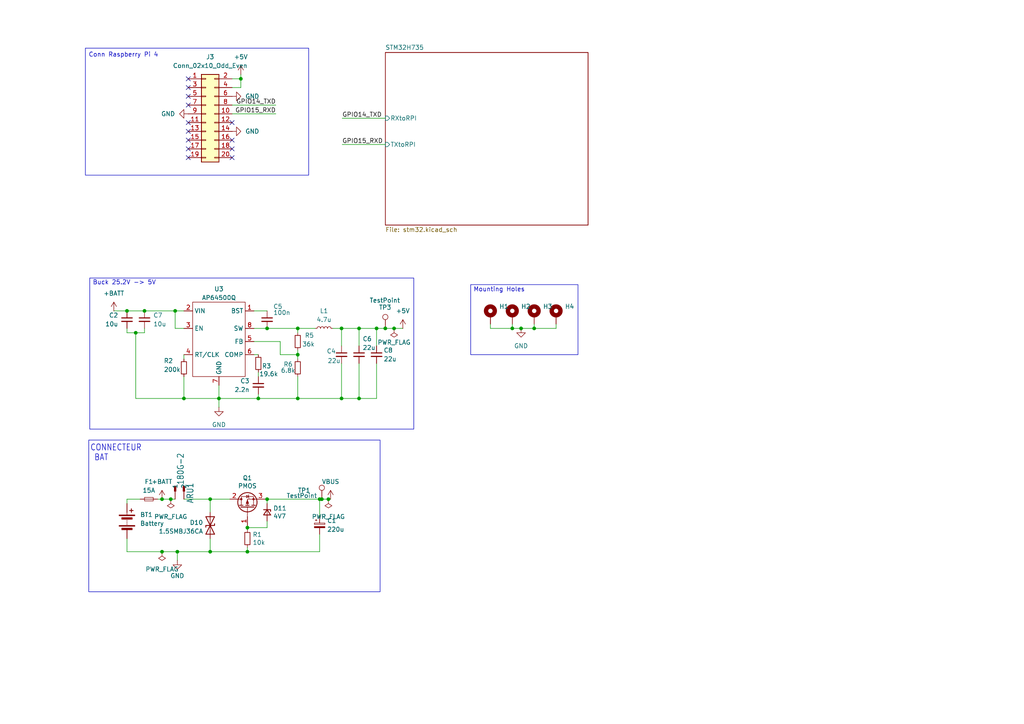
<source format=kicad_sch>
(kicad_sch
	(version 20231120)
	(generator "eeschema")
	(generator_version "8.0")
	(uuid "6efb9aa2-c304-47cb-bf47-2a5d20e826bc")
	(paper "A4")
	(title_block
		(title "Main Board")
		(date "ETE2024")
		(rev "0.1")
		(company "Ares ENSEA")
		(comment 1 "Kenny Saint Fleur")
	)
	(lib_symbols
		(symbol "Connector:TestPoint"
			(pin_numbers hide)
			(pin_names
				(offset 0.762) hide)
			(exclude_from_sim no)
			(in_bom yes)
			(on_board yes)
			(property "Reference" "TP"
				(at 0 6.858 0)
				(effects
					(font
						(size 1.27 1.27)
					)
				)
			)
			(property "Value" "TestPoint"
				(at 0 5.08 0)
				(effects
					(font
						(size 1.27 1.27)
					)
				)
			)
			(property "Footprint" ""
				(at 5.08 0 0)
				(effects
					(font
						(size 1.27 1.27)
					)
					(hide yes)
				)
			)
			(property "Datasheet" "~"
				(at 5.08 0 0)
				(effects
					(font
						(size 1.27 1.27)
					)
					(hide yes)
				)
			)
			(property "Description" "test point"
				(at 0 0 0)
				(effects
					(font
						(size 1.27 1.27)
					)
					(hide yes)
				)
			)
			(property "ki_keywords" "test point tp"
				(at 0 0 0)
				(effects
					(font
						(size 1.27 1.27)
					)
					(hide yes)
				)
			)
			(property "ki_fp_filters" "Pin* Test*"
				(at 0 0 0)
				(effects
					(font
						(size 1.27 1.27)
					)
					(hide yes)
				)
			)
			(symbol "TestPoint_0_1"
				(circle
					(center 0 3.302)
					(radius 0.762)
					(stroke
						(width 0)
						(type default)
					)
					(fill
						(type none)
					)
				)
			)
			(symbol "TestPoint_1_1"
				(pin passive line
					(at 0 0 90)
					(length 2.54)
					(name "1"
						(effects
							(font
								(size 1.27 1.27)
							)
						)
					)
					(number "1"
						(effects
							(font
								(size 1.27 1.27)
							)
						)
					)
				)
			)
		)
		(symbol "Connector_Generic:Conn_02x10_Odd_Even"
			(pin_names
				(offset 1.016) hide)
			(exclude_from_sim no)
			(in_bom yes)
			(on_board yes)
			(property "Reference" "J"
				(at 1.27 12.7 0)
				(effects
					(font
						(size 1.27 1.27)
					)
				)
			)
			(property "Value" "Conn_02x10_Odd_Even"
				(at 1.27 -15.24 0)
				(effects
					(font
						(size 1.27 1.27)
					)
				)
			)
			(property "Footprint" ""
				(at 0 0 0)
				(effects
					(font
						(size 1.27 1.27)
					)
					(hide yes)
				)
			)
			(property "Datasheet" "~"
				(at 0 0 0)
				(effects
					(font
						(size 1.27 1.27)
					)
					(hide yes)
				)
			)
			(property "Description" "Generic connector, double row, 02x10, odd/even pin numbering scheme (row 1 odd numbers, row 2 even numbers), script generated (kicad-library-utils/schlib/autogen/connector/)"
				(at 0 0 0)
				(effects
					(font
						(size 1.27 1.27)
					)
					(hide yes)
				)
			)
			(property "ki_keywords" "connector"
				(at 0 0 0)
				(effects
					(font
						(size 1.27 1.27)
					)
					(hide yes)
				)
			)
			(property "ki_fp_filters" "Connector*:*_2x??_*"
				(at 0 0 0)
				(effects
					(font
						(size 1.27 1.27)
					)
					(hide yes)
				)
			)
			(symbol "Conn_02x10_Odd_Even_1_1"
				(rectangle
					(start -1.27 -12.573)
					(end 0 -12.827)
					(stroke
						(width 0.1524)
						(type default)
					)
					(fill
						(type none)
					)
				)
				(rectangle
					(start -1.27 -10.033)
					(end 0 -10.287)
					(stroke
						(width 0.1524)
						(type default)
					)
					(fill
						(type none)
					)
				)
				(rectangle
					(start -1.27 -7.493)
					(end 0 -7.747)
					(stroke
						(width 0.1524)
						(type default)
					)
					(fill
						(type none)
					)
				)
				(rectangle
					(start -1.27 -4.953)
					(end 0 -5.207)
					(stroke
						(width 0.1524)
						(type default)
					)
					(fill
						(type none)
					)
				)
				(rectangle
					(start -1.27 -2.413)
					(end 0 -2.667)
					(stroke
						(width 0.1524)
						(type default)
					)
					(fill
						(type none)
					)
				)
				(rectangle
					(start -1.27 0.127)
					(end 0 -0.127)
					(stroke
						(width 0.1524)
						(type default)
					)
					(fill
						(type none)
					)
				)
				(rectangle
					(start -1.27 2.667)
					(end 0 2.413)
					(stroke
						(width 0.1524)
						(type default)
					)
					(fill
						(type none)
					)
				)
				(rectangle
					(start -1.27 5.207)
					(end 0 4.953)
					(stroke
						(width 0.1524)
						(type default)
					)
					(fill
						(type none)
					)
				)
				(rectangle
					(start -1.27 7.747)
					(end 0 7.493)
					(stroke
						(width 0.1524)
						(type default)
					)
					(fill
						(type none)
					)
				)
				(rectangle
					(start -1.27 10.287)
					(end 0 10.033)
					(stroke
						(width 0.1524)
						(type default)
					)
					(fill
						(type none)
					)
				)
				(rectangle
					(start -1.27 11.43)
					(end 3.81 -13.97)
					(stroke
						(width 0.254)
						(type default)
					)
					(fill
						(type background)
					)
				)
				(rectangle
					(start 3.81 -12.573)
					(end 2.54 -12.827)
					(stroke
						(width 0.1524)
						(type default)
					)
					(fill
						(type none)
					)
				)
				(rectangle
					(start 3.81 -10.033)
					(end 2.54 -10.287)
					(stroke
						(width 0.1524)
						(type default)
					)
					(fill
						(type none)
					)
				)
				(rectangle
					(start 3.81 -7.493)
					(end 2.54 -7.747)
					(stroke
						(width 0.1524)
						(type default)
					)
					(fill
						(type none)
					)
				)
				(rectangle
					(start 3.81 -4.953)
					(end 2.54 -5.207)
					(stroke
						(width 0.1524)
						(type default)
					)
					(fill
						(type none)
					)
				)
				(rectangle
					(start 3.81 -2.413)
					(end 2.54 -2.667)
					(stroke
						(width 0.1524)
						(type default)
					)
					(fill
						(type none)
					)
				)
				(rectangle
					(start 3.81 0.127)
					(end 2.54 -0.127)
					(stroke
						(width 0.1524)
						(type default)
					)
					(fill
						(type none)
					)
				)
				(rectangle
					(start 3.81 2.667)
					(end 2.54 2.413)
					(stroke
						(width 0.1524)
						(type default)
					)
					(fill
						(type none)
					)
				)
				(rectangle
					(start 3.81 5.207)
					(end 2.54 4.953)
					(stroke
						(width 0.1524)
						(type default)
					)
					(fill
						(type none)
					)
				)
				(rectangle
					(start 3.81 7.747)
					(end 2.54 7.493)
					(stroke
						(width 0.1524)
						(type default)
					)
					(fill
						(type none)
					)
				)
				(rectangle
					(start 3.81 10.287)
					(end 2.54 10.033)
					(stroke
						(width 0.1524)
						(type default)
					)
					(fill
						(type none)
					)
				)
				(pin passive line
					(at -5.08 10.16 0)
					(length 3.81)
					(name "Pin_1"
						(effects
							(font
								(size 1.27 1.27)
							)
						)
					)
					(number "1"
						(effects
							(font
								(size 1.27 1.27)
							)
						)
					)
				)
				(pin passive line
					(at 7.62 0 180)
					(length 3.81)
					(name "Pin_10"
						(effects
							(font
								(size 1.27 1.27)
							)
						)
					)
					(number "10"
						(effects
							(font
								(size 1.27 1.27)
							)
						)
					)
				)
				(pin passive line
					(at -5.08 -2.54 0)
					(length 3.81)
					(name "Pin_11"
						(effects
							(font
								(size 1.27 1.27)
							)
						)
					)
					(number "11"
						(effects
							(font
								(size 1.27 1.27)
							)
						)
					)
				)
				(pin passive line
					(at 7.62 -2.54 180)
					(length 3.81)
					(name "Pin_12"
						(effects
							(font
								(size 1.27 1.27)
							)
						)
					)
					(number "12"
						(effects
							(font
								(size 1.27 1.27)
							)
						)
					)
				)
				(pin passive line
					(at -5.08 -5.08 0)
					(length 3.81)
					(name "Pin_13"
						(effects
							(font
								(size 1.27 1.27)
							)
						)
					)
					(number "13"
						(effects
							(font
								(size 1.27 1.27)
							)
						)
					)
				)
				(pin passive line
					(at 7.62 -5.08 180)
					(length 3.81)
					(name "Pin_14"
						(effects
							(font
								(size 1.27 1.27)
							)
						)
					)
					(number "14"
						(effects
							(font
								(size 1.27 1.27)
							)
						)
					)
				)
				(pin passive line
					(at -5.08 -7.62 0)
					(length 3.81)
					(name "Pin_15"
						(effects
							(font
								(size 1.27 1.27)
							)
						)
					)
					(number "15"
						(effects
							(font
								(size 1.27 1.27)
							)
						)
					)
				)
				(pin passive line
					(at 7.62 -7.62 180)
					(length 3.81)
					(name "Pin_16"
						(effects
							(font
								(size 1.27 1.27)
							)
						)
					)
					(number "16"
						(effects
							(font
								(size 1.27 1.27)
							)
						)
					)
				)
				(pin passive line
					(at -5.08 -10.16 0)
					(length 3.81)
					(name "Pin_17"
						(effects
							(font
								(size 1.27 1.27)
							)
						)
					)
					(number "17"
						(effects
							(font
								(size 1.27 1.27)
							)
						)
					)
				)
				(pin passive line
					(at 7.62 -10.16 180)
					(length 3.81)
					(name "Pin_18"
						(effects
							(font
								(size 1.27 1.27)
							)
						)
					)
					(number "18"
						(effects
							(font
								(size 1.27 1.27)
							)
						)
					)
				)
				(pin passive line
					(at -5.08 -12.7 0)
					(length 3.81)
					(name "Pin_19"
						(effects
							(font
								(size 1.27 1.27)
							)
						)
					)
					(number "19"
						(effects
							(font
								(size 1.27 1.27)
							)
						)
					)
				)
				(pin passive line
					(at 7.62 10.16 180)
					(length 3.81)
					(name "Pin_2"
						(effects
							(font
								(size 1.27 1.27)
							)
						)
					)
					(number "2"
						(effects
							(font
								(size 1.27 1.27)
							)
						)
					)
				)
				(pin passive line
					(at 7.62 -12.7 180)
					(length 3.81)
					(name "Pin_20"
						(effects
							(font
								(size 1.27 1.27)
							)
						)
					)
					(number "20"
						(effects
							(font
								(size 1.27 1.27)
							)
						)
					)
				)
				(pin passive line
					(at -5.08 7.62 0)
					(length 3.81)
					(name "Pin_3"
						(effects
							(font
								(size 1.27 1.27)
							)
						)
					)
					(number "3"
						(effects
							(font
								(size 1.27 1.27)
							)
						)
					)
				)
				(pin passive line
					(at 7.62 7.62 180)
					(length 3.81)
					(name "Pin_4"
						(effects
							(font
								(size 1.27 1.27)
							)
						)
					)
					(number "4"
						(effects
							(font
								(size 1.27 1.27)
							)
						)
					)
				)
				(pin passive line
					(at -5.08 5.08 0)
					(length 3.81)
					(name "Pin_5"
						(effects
							(font
								(size 1.27 1.27)
							)
						)
					)
					(number "5"
						(effects
							(font
								(size 1.27 1.27)
							)
						)
					)
				)
				(pin passive line
					(at 7.62 5.08 180)
					(length 3.81)
					(name "Pin_6"
						(effects
							(font
								(size 1.27 1.27)
							)
						)
					)
					(number "6"
						(effects
							(font
								(size 1.27 1.27)
							)
						)
					)
				)
				(pin passive line
					(at -5.08 2.54 0)
					(length 3.81)
					(name "Pin_7"
						(effects
							(font
								(size 1.27 1.27)
							)
						)
					)
					(number "7"
						(effects
							(font
								(size 1.27 1.27)
							)
						)
					)
				)
				(pin passive line
					(at 7.62 2.54 180)
					(length 3.81)
					(name "Pin_8"
						(effects
							(font
								(size 1.27 1.27)
							)
						)
					)
					(number "8"
						(effects
							(font
								(size 1.27 1.27)
							)
						)
					)
				)
				(pin passive line
					(at -5.08 0 0)
					(length 3.81)
					(name "Pin_9"
						(effects
							(font
								(size 1.27 1.27)
							)
						)
					)
					(number "9"
						(effects
							(font
								(size 1.27 1.27)
							)
						)
					)
				)
			)
		)
		(symbol "Custom:AP64500Q"
			(exclude_from_sim no)
			(in_bom yes)
			(on_board yes)
			(property "Reference" "U3"
				(at 0 13.97 0)
				(effects
					(font
						(size 1.27 1.27)
					)
				)
			)
			(property "Value" "~"
				(at 0 11.43 0)
				(effects
					(font
						(size 1.27 1.27)
					)
				)
			)
			(property "Footprint" "Package_SO:SOIC-8-1EP_3.9x4.9mm_P1.27mm_EP2.95x4.9mm_Mask2.71x3.4mm"
				(at 0 12.446 0)
				(effects
					(font
						(size 1.27 1.27)
					)
					(hide yes)
				)
			)
			(property "Datasheet" "https://www.mouser.fr/datasheet/2/115/DIOD_S_A0011818526_1-2543600.pdf"
				(at 0 12.446 0)
				(effects
					(font
						(size 1.27 1.27)
					)
					(hide yes)
				)
			)
			(property "Description" ""
				(at 0 12.446 0)
				(effects
					(font
						(size 1.27 1.27)
					)
					(hide yes)
				)
			)
			(symbol "AP64500Q_0_1"
				(rectangle
					(start -7.62 10.16)
					(end 7.62 -11.43)
					(stroke
						(width 0)
						(type default)
					)
					(fill
						(type none)
					)
				)
			)
			(symbol "AP64500Q_1_1"
				(pin input line
					(at 10.16 7.62 180)
					(length 2.54)
					(name "BST"
						(effects
							(font
								(size 1.27 1.27)
							)
						)
					)
					(number "1"
						(effects
							(font
								(size 1.27 1.27)
							)
						)
					)
				)
				(pin input line
					(at -10.16 7.62 0)
					(length 2.54)
					(name "VIN"
						(effects
							(font
								(size 1.27 1.27)
							)
						)
					)
					(number "2"
						(effects
							(font
								(size 1.27 1.27)
							)
						)
					)
				)
				(pin input line
					(at -10.16 2.54 0)
					(length 2.54)
					(name "EN"
						(effects
							(font
								(size 1.27 1.27)
							)
						)
					)
					(number "3"
						(effects
							(font
								(size 1.27 1.27)
							)
						)
					)
				)
				(pin input line
					(at -10.16 -5.08 0)
					(length 2.54)
					(name "RT/CLK"
						(effects
							(font
								(size 1.27 1.27)
							)
						)
					)
					(number "4"
						(effects
							(font
								(size 1.27 1.27)
							)
						)
					)
				)
				(pin input line
					(at 10.16 -1.27 180)
					(length 2.54)
					(name "FB"
						(effects
							(font
								(size 1.27 1.27)
							)
						)
					)
					(number "5"
						(effects
							(font
								(size 1.27 1.27)
							)
						)
					)
				)
				(pin input line
					(at 10.16 -5.08 180)
					(length 2.54)
					(name "COMP"
						(effects
							(font
								(size 1.27 1.27)
							)
						)
					)
					(number "6"
						(effects
							(font
								(size 1.27 1.27)
							)
						)
					)
				)
				(pin input line
					(at 0 -13.97 90)
					(length 2.54)
					(name "GND"
						(effects
							(font
								(size 1.27 1.27)
							)
						)
					)
					(number "7"
						(effects
							(font
								(size 1.27 1.27)
							)
						)
					)
				)
				(pin input line
					(at 10.16 2.54 180)
					(length 2.54)
					(name "SW"
						(effects
							(font
								(size 1.27 1.27)
							)
						)
					)
					(number "8"
						(effects
							(font
								(size 1.27 1.27)
							)
						)
					)
				)
				(pin input line
					(at 0 -13.97 90)
					(length 2.54) hide
					(name "EPad"
						(effects
							(font
								(size 1.27 1.27)
							)
						)
					)
					(number "9"
						(effects
							(font
								(size 1.27 1.27)
							)
						)
					)
				)
			)
		)
		(symbol "Device:Battery"
			(pin_numbers hide)
			(pin_names
				(offset 0) hide)
			(exclude_from_sim no)
			(in_bom yes)
			(on_board yes)
			(property "Reference" "BT"
				(at 2.54 2.54 0)
				(effects
					(font
						(size 1.27 1.27)
					)
					(justify left)
				)
			)
			(property "Value" "Battery"
				(at 2.54 0 0)
				(effects
					(font
						(size 1.27 1.27)
					)
					(justify left)
				)
			)
			(property "Footprint" ""
				(at 0 1.524 90)
				(effects
					(font
						(size 1.27 1.27)
					)
					(hide yes)
				)
			)
			(property "Datasheet" "~"
				(at 0 1.524 90)
				(effects
					(font
						(size 1.27 1.27)
					)
					(hide yes)
				)
			)
			(property "Description" "Multiple-cell battery"
				(at 0 0 0)
				(effects
					(font
						(size 1.27 1.27)
					)
					(hide yes)
				)
			)
			(property "ki_keywords" "batt voltage-source cell"
				(at 0 0 0)
				(effects
					(font
						(size 1.27 1.27)
					)
					(hide yes)
				)
			)
			(symbol "Battery_0_1"
				(rectangle
					(start -2.286 -1.27)
					(end 2.286 -1.524)
					(stroke
						(width 0)
						(type default)
					)
					(fill
						(type outline)
					)
				)
				(rectangle
					(start -2.286 1.778)
					(end 2.286 1.524)
					(stroke
						(width 0)
						(type default)
					)
					(fill
						(type outline)
					)
				)
				(rectangle
					(start -1.524 -2.032)
					(end 1.524 -2.54)
					(stroke
						(width 0)
						(type default)
					)
					(fill
						(type outline)
					)
				)
				(rectangle
					(start -1.524 1.016)
					(end 1.524 0.508)
					(stroke
						(width 0)
						(type default)
					)
					(fill
						(type outline)
					)
				)
				(polyline
					(pts
						(xy 0 -1.016) (xy 0 -0.762)
					)
					(stroke
						(width 0)
						(type default)
					)
					(fill
						(type none)
					)
				)
				(polyline
					(pts
						(xy 0 -0.508) (xy 0 -0.254)
					)
					(stroke
						(width 0)
						(type default)
					)
					(fill
						(type none)
					)
				)
				(polyline
					(pts
						(xy 0 0) (xy 0 0.254)
					)
					(stroke
						(width 0)
						(type default)
					)
					(fill
						(type none)
					)
				)
				(polyline
					(pts
						(xy 0 1.778) (xy 0 2.54)
					)
					(stroke
						(width 0)
						(type default)
					)
					(fill
						(type none)
					)
				)
				(polyline
					(pts
						(xy 0.762 3.048) (xy 1.778 3.048)
					)
					(stroke
						(width 0.254)
						(type default)
					)
					(fill
						(type none)
					)
				)
				(polyline
					(pts
						(xy 1.27 3.556) (xy 1.27 2.54)
					)
					(stroke
						(width 0.254)
						(type default)
					)
					(fill
						(type none)
					)
				)
			)
			(symbol "Battery_1_1"
				(pin passive line
					(at 0 5.08 270)
					(length 2.54)
					(name "+"
						(effects
							(font
								(size 1.27 1.27)
							)
						)
					)
					(number "1"
						(effects
							(font
								(size 1.27 1.27)
							)
						)
					)
				)
				(pin passive line
					(at 0 -5.08 90)
					(length 2.54)
					(name "-"
						(effects
							(font
								(size 1.27 1.27)
							)
						)
					)
					(number "2"
						(effects
							(font
								(size 1.27 1.27)
							)
						)
					)
				)
			)
		)
		(symbol "Device:C_Polarized_Small"
			(pin_numbers hide)
			(pin_names
				(offset 0.254) hide)
			(exclude_from_sim no)
			(in_bom yes)
			(on_board yes)
			(property "Reference" "C"
				(at 0.254 1.778 0)
				(effects
					(font
						(size 1.27 1.27)
					)
					(justify left)
				)
			)
			(property "Value" "C_Polarized_Small"
				(at 0.254 -2.032 0)
				(effects
					(font
						(size 1.27 1.27)
					)
					(justify left)
				)
			)
			(property "Footprint" ""
				(at 0 0 0)
				(effects
					(font
						(size 1.27 1.27)
					)
					(hide yes)
				)
			)
			(property "Datasheet" "~"
				(at 0 0 0)
				(effects
					(font
						(size 1.27 1.27)
					)
					(hide yes)
				)
			)
			(property "Description" "Polarized capacitor, small symbol"
				(at 0 0 0)
				(effects
					(font
						(size 1.27 1.27)
					)
					(hide yes)
				)
			)
			(property "ki_keywords" "cap capacitor"
				(at 0 0 0)
				(effects
					(font
						(size 1.27 1.27)
					)
					(hide yes)
				)
			)
			(property "ki_fp_filters" "CP_*"
				(at 0 0 0)
				(effects
					(font
						(size 1.27 1.27)
					)
					(hide yes)
				)
			)
			(symbol "C_Polarized_Small_0_1"
				(rectangle
					(start -1.524 -0.3048)
					(end 1.524 -0.6858)
					(stroke
						(width 0)
						(type default)
					)
					(fill
						(type outline)
					)
				)
				(rectangle
					(start -1.524 0.6858)
					(end 1.524 0.3048)
					(stroke
						(width 0)
						(type default)
					)
					(fill
						(type none)
					)
				)
				(polyline
					(pts
						(xy -1.27 1.524) (xy -0.762 1.524)
					)
					(stroke
						(width 0)
						(type default)
					)
					(fill
						(type none)
					)
				)
				(polyline
					(pts
						(xy -1.016 1.27) (xy -1.016 1.778)
					)
					(stroke
						(width 0)
						(type default)
					)
					(fill
						(type none)
					)
				)
			)
			(symbol "C_Polarized_Small_1_1"
				(pin passive line
					(at 0 2.54 270)
					(length 1.8542)
					(name "~"
						(effects
							(font
								(size 1.27 1.27)
							)
						)
					)
					(number "1"
						(effects
							(font
								(size 1.27 1.27)
							)
						)
					)
				)
				(pin passive line
					(at 0 -2.54 90)
					(length 1.8542)
					(name "~"
						(effects
							(font
								(size 1.27 1.27)
							)
						)
					)
					(number "2"
						(effects
							(font
								(size 1.27 1.27)
							)
						)
					)
				)
			)
		)
		(symbol "Device:C_Small"
			(pin_numbers hide)
			(pin_names
				(offset 0.254) hide)
			(exclude_from_sim no)
			(in_bom yes)
			(on_board yes)
			(property "Reference" "C"
				(at 0.254 1.778 0)
				(effects
					(font
						(size 1.27 1.27)
					)
					(justify left)
				)
			)
			(property "Value" "C_Small"
				(at 0.254 -2.032 0)
				(effects
					(font
						(size 1.27 1.27)
					)
					(justify left)
				)
			)
			(property "Footprint" ""
				(at 0 0 0)
				(effects
					(font
						(size 1.27 1.27)
					)
					(hide yes)
				)
			)
			(property "Datasheet" "~"
				(at 0 0 0)
				(effects
					(font
						(size 1.27 1.27)
					)
					(hide yes)
				)
			)
			(property "Description" "Unpolarized capacitor, small symbol"
				(at 0 0 0)
				(effects
					(font
						(size 1.27 1.27)
					)
					(hide yes)
				)
			)
			(property "ki_keywords" "capacitor cap"
				(at 0 0 0)
				(effects
					(font
						(size 1.27 1.27)
					)
					(hide yes)
				)
			)
			(property "ki_fp_filters" "C_*"
				(at 0 0 0)
				(effects
					(font
						(size 1.27 1.27)
					)
					(hide yes)
				)
			)
			(symbol "C_Small_0_1"
				(polyline
					(pts
						(xy -1.524 -0.508) (xy 1.524 -0.508)
					)
					(stroke
						(width 0.3302)
						(type default)
					)
					(fill
						(type none)
					)
				)
				(polyline
					(pts
						(xy -1.524 0.508) (xy 1.524 0.508)
					)
					(stroke
						(width 0.3048)
						(type default)
					)
					(fill
						(type none)
					)
				)
			)
			(symbol "C_Small_1_1"
				(pin passive line
					(at 0 2.54 270)
					(length 2.032)
					(name "~"
						(effects
							(font
								(size 1.27 1.27)
							)
						)
					)
					(number "1"
						(effects
							(font
								(size 1.27 1.27)
							)
						)
					)
				)
				(pin passive line
					(at 0 -2.54 90)
					(length 2.032)
					(name "~"
						(effects
							(font
								(size 1.27 1.27)
							)
						)
					)
					(number "2"
						(effects
							(font
								(size 1.27 1.27)
							)
						)
					)
				)
			)
		)
		(symbol "Device:D_TVS"
			(pin_numbers hide)
			(pin_names
				(offset 1.016) hide)
			(exclude_from_sim no)
			(in_bom yes)
			(on_board yes)
			(property "Reference" "D"
				(at 0 2.54 0)
				(effects
					(font
						(size 1.27 1.27)
					)
				)
			)
			(property "Value" "D_TVS"
				(at 0 -2.54 0)
				(effects
					(font
						(size 1.27 1.27)
					)
				)
			)
			(property "Footprint" ""
				(at 0 0 0)
				(effects
					(font
						(size 1.27 1.27)
					)
					(hide yes)
				)
			)
			(property "Datasheet" "~"
				(at 0 0 0)
				(effects
					(font
						(size 1.27 1.27)
					)
					(hide yes)
				)
			)
			(property "Description" "Bidirectional transient-voltage-suppression diode"
				(at 0 0 0)
				(effects
					(font
						(size 1.27 1.27)
					)
					(hide yes)
				)
			)
			(property "ki_keywords" "diode TVS thyrector"
				(at 0 0 0)
				(effects
					(font
						(size 1.27 1.27)
					)
					(hide yes)
				)
			)
			(property "ki_fp_filters" "TO-???* *_Diode_* *SingleDiode* D_*"
				(at 0 0 0)
				(effects
					(font
						(size 1.27 1.27)
					)
					(hide yes)
				)
			)
			(symbol "D_TVS_0_1"
				(polyline
					(pts
						(xy 1.27 0) (xy -1.27 0)
					)
					(stroke
						(width 0)
						(type default)
					)
					(fill
						(type none)
					)
				)
				(polyline
					(pts
						(xy 0.508 1.27) (xy 0 1.27) (xy 0 -1.27) (xy -0.508 -1.27)
					)
					(stroke
						(width 0.254)
						(type default)
					)
					(fill
						(type none)
					)
				)
				(polyline
					(pts
						(xy -2.54 1.27) (xy -2.54 -1.27) (xy 2.54 1.27) (xy 2.54 -1.27) (xy -2.54 1.27)
					)
					(stroke
						(width 0.254)
						(type default)
					)
					(fill
						(type none)
					)
				)
			)
			(symbol "D_TVS_1_1"
				(pin passive line
					(at -3.81 0 0)
					(length 2.54)
					(name "A1"
						(effects
							(font
								(size 1.27 1.27)
							)
						)
					)
					(number "1"
						(effects
							(font
								(size 1.27 1.27)
							)
						)
					)
				)
				(pin passive line
					(at 3.81 0 180)
					(length 2.54)
					(name "A2"
						(effects
							(font
								(size 1.27 1.27)
							)
						)
					)
					(number "2"
						(effects
							(font
								(size 1.27 1.27)
							)
						)
					)
				)
			)
		)
		(symbol "Device:D_Zener_Small"
			(pin_numbers hide)
			(pin_names
				(offset 0.254) hide)
			(exclude_from_sim no)
			(in_bom yes)
			(on_board yes)
			(property "Reference" "D"
				(at 0 2.286 0)
				(effects
					(font
						(size 1.27 1.27)
					)
				)
			)
			(property "Value" "D_Zener_Small"
				(at 0 -2.286 0)
				(effects
					(font
						(size 1.27 1.27)
					)
				)
			)
			(property "Footprint" ""
				(at 0 0 90)
				(effects
					(font
						(size 1.27 1.27)
					)
					(hide yes)
				)
			)
			(property "Datasheet" "~"
				(at 0 0 90)
				(effects
					(font
						(size 1.27 1.27)
					)
					(hide yes)
				)
			)
			(property "Description" "Zener diode, small symbol"
				(at 0 0 0)
				(effects
					(font
						(size 1.27 1.27)
					)
					(hide yes)
				)
			)
			(property "ki_keywords" "diode"
				(at 0 0 0)
				(effects
					(font
						(size 1.27 1.27)
					)
					(hide yes)
				)
			)
			(property "ki_fp_filters" "TO-???* *_Diode_* *SingleDiode* D_*"
				(at 0 0 0)
				(effects
					(font
						(size 1.27 1.27)
					)
					(hide yes)
				)
			)
			(symbol "D_Zener_Small_0_1"
				(polyline
					(pts
						(xy 0.762 0) (xy -0.762 0)
					)
					(stroke
						(width 0)
						(type default)
					)
					(fill
						(type none)
					)
				)
				(polyline
					(pts
						(xy -0.254 1.016) (xy -0.762 1.016) (xy -0.762 -1.016)
					)
					(stroke
						(width 0.254)
						(type default)
					)
					(fill
						(type none)
					)
				)
				(polyline
					(pts
						(xy 0.762 1.016) (xy -0.762 0) (xy 0.762 -1.016) (xy 0.762 1.016)
					)
					(stroke
						(width 0.254)
						(type default)
					)
					(fill
						(type none)
					)
				)
			)
			(symbol "D_Zener_Small_1_1"
				(pin passive line
					(at -2.54 0 0)
					(length 1.778)
					(name "K"
						(effects
							(font
								(size 1.27 1.27)
							)
						)
					)
					(number "1"
						(effects
							(font
								(size 1.27 1.27)
							)
						)
					)
				)
				(pin passive line
					(at 2.54 0 180)
					(length 1.778)
					(name "A"
						(effects
							(font
								(size 1.27 1.27)
							)
						)
					)
					(number "2"
						(effects
							(font
								(size 1.27 1.27)
							)
						)
					)
				)
			)
		)
		(symbol "Device:Fuse_Small"
			(pin_numbers hide)
			(pin_names
				(offset 0.254) hide)
			(exclude_from_sim no)
			(in_bom yes)
			(on_board yes)
			(property "Reference" "F"
				(at 0 -1.524 0)
				(effects
					(font
						(size 1.27 1.27)
					)
				)
			)
			(property "Value" "Fuse_Small"
				(at 0 1.524 0)
				(effects
					(font
						(size 1.27 1.27)
					)
				)
			)
			(property "Footprint" ""
				(at 0 0 0)
				(effects
					(font
						(size 1.27 1.27)
					)
					(hide yes)
				)
			)
			(property "Datasheet" "~"
				(at 0 0 0)
				(effects
					(font
						(size 1.27 1.27)
					)
					(hide yes)
				)
			)
			(property "Description" "Fuse, small symbol"
				(at 0 0 0)
				(effects
					(font
						(size 1.27 1.27)
					)
					(hide yes)
				)
			)
			(property "ki_keywords" "fuse"
				(at 0 0 0)
				(effects
					(font
						(size 1.27 1.27)
					)
					(hide yes)
				)
			)
			(property "ki_fp_filters" "*Fuse*"
				(at 0 0 0)
				(effects
					(font
						(size 1.27 1.27)
					)
					(hide yes)
				)
			)
			(symbol "Fuse_Small_0_1"
				(rectangle
					(start -1.27 0.508)
					(end 1.27 -0.508)
					(stroke
						(width 0)
						(type default)
					)
					(fill
						(type none)
					)
				)
				(polyline
					(pts
						(xy -1.27 0) (xy 1.27 0)
					)
					(stroke
						(width 0)
						(type default)
					)
					(fill
						(type none)
					)
				)
			)
			(symbol "Fuse_Small_1_1"
				(pin passive line
					(at -2.54 0 0)
					(length 1.27)
					(name "~"
						(effects
							(font
								(size 1.27 1.27)
							)
						)
					)
					(number "1"
						(effects
							(font
								(size 1.27 1.27)
							)
						)
					)
				)
				(pin passive line
					(at 2.54 0 180)
					(length 1.27)
					(name "~"
						(effects
							(font
								(size 1.27 1.27)
							)
						)
					)
					(number "2"
						(effects
							(font
								(size 1.27 1.27)
							)
						)
					)
				)
			)
		)
		(symbol "Device:L_Small"
			(pin_numbers hide)
			(pin_names
				(offset 0.254) hide)
			(exclude_from_sim no)
			(in_bom yes)
			(on_board yes)
			(property "Reference" "L"
				(at 0.762 1.016 0)
				(effects
					(font
						(size 1.27 1.27)
					)
					(justify left)
				)
			)
			(property "Value" "L_Small"
				(at 0.762 -1.016 0)
				(effects
					(font
						(size 1.27 1.27)
					)
					(justify left)
				)
			)
			(property "Footprint" ""
				(at 0 0 0)
				(effects
					(font
						(size 1.27 1.27)
					)
					(hide yes)
				)
			)
			(property "Datasheet" "~"
				(at 0 0 0)
				(effects
					(font
						(size 1.27 1.27)
					)
					(hide yes)
				)
			)
			(property "Description" "Inductor, small symbol"
				(at 0 0 0)
				(effects
					(font
						(size 1.27 1.27)
					)
					(hide yes)
				)
			)
			(property "ki_keywords" "inductor choke coil reactor magnetic"
				(at 0 0 0)
				(effects
					(font
						(size 1.27 1.27)
					)
					(hide yes)
				)
			)
			(property "ki_fp_filters" "Choke_* *Coil* Inductor_* L_*"
				(at 0 0 0)
				(effects
					(font
						(size 1.27 1.27)
					)
					(hide yes)
				)
			)
			(symbol "L_Small_0_1"
				(arc
					(start 0 -2.032)
					(mid 0.5058 -1.524)
					(end 0 -1.016)
					(stroke
						(width 0)
						(type default)
					)
					(fill
						(type none)
					)
				)
				(arc
					(start 0 -1.016)
					(mid 0.5058 -0.508)
					(end 0 0)
					(stroke
						(width 0)
						(type default)
					)
					(fill
						(type none)
					)
				)
				(arc
					(start 0 0)
					(mid 0.5058 0.508)
					(end 0 1.016)
					(stroke
						(width 0)
						(type default)
					)
					(fill
						(type none)
					)
				)
				(arc
					(start 0 1.016)
					(mid 0.5058 1.524)
					(end 0 2.032)
					(stroke
						(width 0)
						(type default)
					)
					(fill
						(type none)
					)
				)
			)
			(symbol "L_Small_1_1"
				(pin passive line
					(at 0 2.54 270)
					(length 0.508)
					(name "~"
						(effects
							(font
								(size 1.27 1.27)
							)
						)
					)
					(number "1"
						(effects
							(font
								(size 1.27 1.27)
							)
						)
					)
				)
				(pin passive line
					(at 0 -2.54 90)
					(length 0.508)
					(name "~"
						(effects
							(font
								(size 1.27 1.27)
							)
						)
					)
					(number "2"
						(effects
							(font
								(size 1.27 1.27)
							)
						)
					)
				)
			)
		)
		(symbol "Device:Q_PMOS_GDS"
			(pin_names
				(offset 0) hide)
			(exclude_from_sim no)
			(in_bom yes)
			(on_board yes)
			(property "Reference" "Q"
				(at 5.08 1.27 0)
				(effects
					(font
						(size 1.27 1.27)
					)
					(justify left)
				)
			)
			(property "Value" "Q_PMOS_GDS"
				(at 5.08 -1.27 0)
				(effects
					(font
						(size 1.27 1.27)
					)
					(justify left)
				)
			)
			(property "Footprint" ""
				(at 5.08 2.54 0)
				(effects
					(font
						(size 1.27 1.27)
					)
					(hide yes)
				)
			)
			(property "Datasheet" "~"
				(at 0 0 0)
				(effects
					(font
						(size 1.27 1.27)
					)
					(hide yes)
				)
			)
			(property "Description" "P-MOSFET transistor, gate/drain/source"
				(at 0 0 0)
				(effects
					(font
						(size 1.27 1.27)
					)
					(hide yes)
				)
			)
			(property "ki_keywords" "transistor PMOS P-MOS P-MOSFET"
				(at 0 0 0)
				(effects
					(font
						(size 1.27 1.27)
					)
					(hide yes)
				)
			)
			(symbol "Q_PMOS_GDS_0_1"
				(polyline
					(pts
						(xy 0.254 0) (xy -2.54 0)
					)
					(stroke
						(width 0)
						(type default)
					)
					(fill
						(type none)
					)
				)
				(polyline
					(pts
						(xy 0.254 1.905) (xy 0.254 -1.905)
					)
					(stroke
						(width 0.254)
						(type default)
					)
					(fill
						(type none)
					)
				)
				(polyline
					(pts
						(xy 0.762 -1.27) (xy 0.762 -2.286)
					)
					(stroke
						(width 0.254)
						(type default)
					)
					(fill
						(type none)
					)
				)
				(polyline
					(pts
						(xy 0.762 0.508) (xy 0.762 -0.508)
					)
					(stroke
						(width 0.254)
						(type default)
					)
					(fill
						(type none)
					)
				)
				(polyline
					(pts
						(xy 0.762 2.286) (xy 0.762 1.27)
					)
					(stroke
						(width 0.254)
						(type default)
					)
					(fill
						(type none)
					)
				)
				(polyline
					(pts
						(xy 2.54 2.54) (xy 2.54 1.778)
					)
					(stroke
						(width 0)
						(type default)
					)
					(fill
						(type none)
					)
				)
				(polyline
					(pts
						(xy 2.54 -2.54) (xy 2.54 0) (xy 0.762 0)
					)
					(stroke
						(width 0)
						(type default)
					)
					(fill
						(type none)
					)
				)
				(polyline
					(pts
						(xy 0.762 1.778) (xy 3.302 1.778) (xy 3.302 -1.778) (xy 0.762 -1.778)
					)
					(stroke
						(width 0)
						(type default)
					)
					(fill
						(type none)
					)
				)
				(polyline
					(pts
						(xy 2.286 0) (xy 1.27 0.381) (xy 1.27 -0.381) (xy 2.286 0)
					)
					(stroke
						(width 0)
						(type default)
					)
					(fill
						(type outline)
					)
				)
				(polyline
					(pts
						(xy 2.794 -0.508) (xy 2.921 -0.381) (xy 3.683 -0.381) (xy 3.81 -0.254)
					)
					(stroke
						(width 0)
						(type default)
					)
					(fill
						(type none)
					)
				)
				(polyline
					(pts
						(xy 3.302 -0.381) (xy 2.921 0.254) (xy 3.683 0.254) (xy 3.302 -0.381)
					)
					(stroke
						(width 0)
						(type default)
					)
					(fill
						(type none)
					)
				)
				(circle
					(center 1.651 0)
					(radius 2.794)
					(stroke
						(width 0.254)
						(type default)
					)
					(fill
						(type none)
					)
				)
				(circle
					(center 2.54 -1.778)
					(radius 0.254)
					(stroke
						(width 0)
						(type default)
					)
					(fill
						(type outline)
					)
				)
				(circle
					(center 2.54 1.778)
					(radius 0.254)
					(stroke
						(width 0)
						(type default)
					)
					(fill
						(type outline)
					)
				)
			)
			(symbol "Q_PMOS_GDS_1_1"
				(pin input line
					(at -5.08 0 0)
					(length 2.54)
					(name "G"
						(effects
							(font
								(size 1.27 1.27)
							)
						)
					)
					(number "1"
						(effects
							(font
								(size 1.27 1.27)
							)
						)
					)
				)
				(pin passive line
					(at 2.54 5.08 270)
					(length 2.54)
					(name "D"
						(effects
							(font
								(size 1.27 1.27)
							)
						)
					)
					(number "2"
						(effects
							(font
								(size 1.27 1.27)
							)
						)
					)
				)
				(pin passive line
					(at 2.54 -5.08 90)
					(length 2.54)
					(name "S"
						(effects
							(font
								(size 1.27 1.27)
							)
						)
					)
					(number "3"
						(effects
							(font
								(size 1.27 1.27)
							)
						)
					)
				)
			)
		)
		(symbol "Device:R_Small"
			(pin_numbers hide)
			(pin_names
				(offset 0.254) hide)
			(exclude_from_sim no)
			(in_bom yes)
			(on_board yes)
			(property "Reference" "R"
				(at 0.762 0.508 0)
				(effects
					(font
						(size 1.27 1.27)
					)
					(justify left)
				)
			)
			(property "Value" "R_Small"
				(at 0.762 -1.016 0)
				(effects
					(font
						(size 1.27 1.27)
					)
					(justify left)
				)
			)
			(property "Footprint" ""
				(at 0 0 0)
				(effects
					(font
						(size 1.27 1.27)
					)
					(hide yes)
				)
			)
			(property "Datasheet" "~"
				(at 0 0 0)
				(effects
					(font
						(size 1.27 1.27)
					)
					(hide yes)
				)
			)
			(property "Description" "Resistor, small symbol"
				(at 0 0 0)
				(effects
					(font
						(size 1.27 1.27)
					)
					(hide yes)
				)
			)
			(property "ki_keywords" "R resistor"
				(at 0 0 0)
				(effects
					(font
						(size 1.27 1.27)
					)
					(hide yes)
				)
			)
			(property "ki_fp_filters" "R_*"
				(at 0 0 0)
				(effects
					(font
						(size 1.27 1.27)
					)
					(hide yes)
				)
			)
			(symbol "R_Small_0_1"
				(rectangle
					(start -0.762 1.778)
					(end 0.762 -1.778)
					(stroke
						(width 0.2032)
						(type default)
					)
					(fill
						(type none)
					)
				)
			)
			(symbol "R_Small_1_1"
				(pin passive line
					(at 0 2.54 270)
					(length 0.762)
					(name "~"
						(effects
							(font
								(size 1.27 1.27)
							)
						)
					)
					(number "1"
						(effects
							(font
								(size 1.27 1.27)
							)
						)
					)
				)
				(pin passive line
					(at 0 -2.54 90)
					(length 0.762)
					(name "~"
						(effects
							(font
								(size 1.27 1.27)
							)
						)
					)
					(number "2"
						(effects
							(font
								(size 1.27 1.27)
							)
						)
					)
				)
			)
		)
		(symbol "Mechanical:MountingHole_Pad"
			(pin_numbers hide)
			(pin_names
				(offset 1.016) hide)
			(exclude_from_sim yes)
			(in_bom no)
			(on_board yes)
			(property "Reference" "H"
				(at 0 6.35 0)
				(effects
					(font
						(size 1.27 1.27)
					)
				)
			)
			(property "Value" "MountingHole_Pad"
				(at 0 4.445 0)
				(effects
					(font
						(size 1.27 1.27)
					)
				)
			)
			(property "Footprint" ""
				(at 0 0 0)
				(effects
					(font
						(size 1.27 1.27)
					)
					(hide yes)
				)
			)
			(property "Datasheet" "~"
				(at 0 0 0)
				(effects
					(font
						(size 1.27 1.27)
					)
					(hide yes)
				)
			)
			(property "Description" "Mounting Hole with connection"
				(at 0 0 0)
				(effects
					(font
						(size 1.27 1.27)
					)
					(hide yes)
				)
			)
			(property "ki_keywords" "mounting hole"
				(at 0 0 0)
				(effects
					(font
						(size 1.27 1.27)
					)
					(hide yes)
				)
			)
			(property "ki_fp_filters" "MountingHole*Pad*"
				(at 0 0 0)
				(effects
					(font
						(size 1.27 1.27)
					)
					(hide yes)
				)
			)
			(symbol "MountingHole_Pad_0_1"
				(circle
					(center 0 1.27)
					(radius 1.27)
					(stroke
						(width 1.27)
						(type default)
					)
					(fill
						(type none)
					)
				)
			)
			(symbol "MountingHole_Pad_1_1"
				(pin input line
					(at 0 -2.54 90)
					(length 2.54)
					(name "1"
						(effects
							(font
								(size 1.27 1.27)
							)
						)
					)
					(number "1"
						(effects
							(font
								(size 1.27 1.27)
							)
						)
					)
				)
			)
		)
		(symbol "PWR_FLAG_1"
			(power)
			(pin_numbers hide)
			(pin_names
				(offset 0) hide)
			(exclude_from_sim no)
			(in_bom yes)
			(on_board yes)
			(property "Reference" "#FLG"
				(at 0 1.905 0)
				(effects
					(font
						(size 1.27 1.27)
					)
					(hide yes)
				)
			)
			(property "Value" "PWR_FLAG"
				(at 0 3.81 0)
				(effects
					(font
						(size 1.27 1.27)
					)
				)
			)
			(property "Footprint" ""
				(at 0 0 0)
				(effects
					(font
						(size 1.27 1.27)
					)
					(hide yes)
				)
			)
			(property "Datasheet" "~"
				(at 0 0 0)
				(effects
					(font
						(size 1.27 1.27)
					)
					(hide yes)
				)
			)
			(property "Description" "Special symbol for telling ERC where power comes from"
				(at 0 0 0)
				(effects
					(font
						(size 1.27 1.27)
					)
					(hide yes)
				)
			)
			(property "ki_keywords" "flag power"
				(at 0 0 0)
				(effects
					(font
						(size 1.27 1.27)
					)
					(hide yes)
				)
			)
			(symbol "PWR_FLAG_1_0_0"
				(pin power_out line
					(at 0 0 90)
					(length 0)
					(name "~"
						(effects
							(font
								(size 1.27 1.27)
							)
						)
					)
					(number "1"
						(effects
							(font
								(size 1.27 1.27)
							)
						)
					)
				)
			)
			(symbol "PWR_FLAG_1_0_1"
				(polyline
					(pts
						(xy 0 0) (xy 0 1.27) (xy -1.016 1.905) (xy 0 2.54) (xy 1.016 1.905) (xy 0 1.27)
					)
					(stroke
						(width 0)
						(type default)
					)
					(fill
						(type none)
					)
				)
			)
		)
		(symbol "power:+5V"
			(power)
			(pin_numbers hide)
			(pin_names
				(offset 0) hide)
			(exclude_from_sim no)
			(in_bom yes)
			(on_board yes)
			(property "Reference" "#PWR"
				(at 0 -3.81 0)
				(effects
					(font
						(size 1.27 1.27)
					)
					(hide yes)
				)
			)
			(property "Value" "+5V"
				(at 0 3.556 0)
				(effects
					(font
						(size 1.27 1.27)
					)
				)
			)
			(property "Footprint" ""
				(at 0 0 0)
				(effects
					(font
						(size 1.27 1.27)
					)
					(hide yes)
				)
			)
			(property "Datasheet" ""
				(at 0 0 0)
				(effects
					(font
						(size 1.27 1.27)
					)
					(hide yes)
				)
			)
			(property "Description" "Power symbol creates a global label with name \"+5V\""
				(at 0 0 0)
				(effects
					(font
						(size 1.27 1.27)
					)
					(hide yes)
				)
			)
			(property "ki_keywords" "global power"
				(at 0 0 0)
				(effects
					(font
						(size 1.27 1.27)
					)
					(hide yes)
				)
			)
			(symbol "+5V_0_1"
				(polyline
					(pts
						(xy -0.762 1.27) (xy 0 2.54)
					)
					(stroke
						(width 0)
						(type default)
					)
					(fill
						(type none)
					)
				)
				(polyline
					(pts
						(xy 0 0) (xy 0 2.54)
					)
					(stroke
						(width 0)
						(type default)
					)
					(fill
						(type none)
					)
				)
				(polyline
					(pts
						(xy 0 2.54) (xy 0.762 1.27)
					)
					(stroke
						(width 0)
						(type default)
					)
					(fill
						(type none)
					)
				)
			)
			(symbol "+5V_1_1"
				(pin power_in line
					(at 0 0 90)
					(length 0)
					(name "~"
						(effects
							(font
								(size 1.27 1.27)
							)
						)
					)
					(number "1"
						(effects
							(font
								(size 1.27 1.27)
							)
						)
					)
				)
			)
		)
		(symbol "power:+BATT"
			(power)
			(pin_numbers hide)
			(pin_names
				(offset 0) hide)
			(exclude_from_sim no)
			(in_bom yes)
			(on_board yes)
			(property "Reference" "#PWR"
				(at 0 -3.81 0)
				(effects
					(font
						(size 1.27 1.27)
					)
					(hide yes)
				)
			)
			(property "Value" "+BATT"
				(at 0 3.556 0)
				(effects
					(font
						(size 1.27 1.27)
					)
				)
			)
			(property "Footprint" ""
				(at 0 0 0)
				(effects
					(font
						(size 1.27 1.27)
					)
					(hide yes)
				)
			)
			(property "Datasheet" ""
				(at 0 0 0)
				(effects
					(font
						(size 1.27 1.27)
					)
					(hide yes)
				)
			)
			(property "Description" "Power symbol creates a global label with name \"+BATT\""
				(at 0 0 0)
				(effects
					(font
						(size 1.27 1.27)
					)
					(hide yes)
				)
			)
			(property "ki_keywords" "global power battery"
				(at 0 0 0)
				(effects
					(font
						(size 1.27 1.27)
					)
					(hide yes)
				)
			)
			(symbol "+BATT_0_1"
				(polyline
					(pts
						(xy -0.762 1.27) (xy 0 2.54)
					)
					(stroke
						(width 0)
						(type default)
					)
					(fill
						(type none)
					)
				)
				(polyline
					(pts
						(xy 0 0) (xy 0 2.54)
					)
					(stroke
						(width 0)
						(type default)
					)
					(fill
						(type none)
					)
				)
				(polyline
					(pts
						(xy 0 2.54) (xy 0.762 1.27)
					)
					(stroke
						(width 0)
						(type default)
					)
					(fill
						(type none)
					)
				)
			)
			(symbol "+BATT_1_1"
				(pin power_in line
					(at 0 0 90)
					(length 0)
					(name "~"
						(effects
							(font
								(size 1.27 1.27)
							)
						)
					)
					(number "1"
						(effects
							(font
								(size 1.27 1.27)
							)
						)
					)
				)
			)
		)
		(symbol "power:GND"
			(power)
			(pin_numbers hide)
			(pin_names
				(offset 0) hide)
			(exclude_from_sim no)
			(in_bom yes)
			(on_board yes)
			(property "Reference" "#PWR"
				(at 0 -6.35 0)
				(effects
					(font
						(size 1.27 1.27)
					)
					(hide yes)
				)
			)
			(property "Value" "GND"
				(at 0 -3.81 0)
				(effects
					(font
						(size 1.27 1.27)
					)
				)
			)
			(property "Footprint" ""
				(at 0 0 0)
				(effects
					(font
						(size 1.27 1.27)
					)
					(hide yes)
				)
			)
			(property "Datasheet" ""
				(at 0 0 0)
				(effects
					(font
						(size 1.27 1.27)
					)
					(hide yes)
				)
			)
			(property "Description" "Power symbol creates a global label with name \"GND\" , ground"
				(at 0 0 0)
				(effects
					(font
						(size 1.27 1.27)
					)
					(hide yes)
				)
			)
			(property "ki_keywords" "global power"
				(at 0 0 0)
				(effects
					(font
						(size 1.27 1.27)
					)
					(hide yes)
				)
			)
			(symbol "GND_0_1"
				(polyline
					(pts
						(xy 0 0) (xy 0 -1.27) (xy 1.27 -1.27) (xy 0 -2.54) (xy -1.27 -1.27) (xy 0 -1.27)
					)
					(stroke
						(width 0)
						(type default)
					)
					(fill
						(type none)
					)
				)
			)
			(symbol "GND_1_1"
				(pin power_in line
					(at 0 0 270)
					(length 0)
					(name "~"
						(effects
							(font
								(size 1.27 1.27)
							)
						)
					)
					(number "1"
						(effects
							(font
								(size 1.27 1.27)
							)
						)
					)
				)
			)
		)
		(symbol "power:VBUS"
			(power)
			(pin_numbers hide)
			(pin_names
				(offset 0) hide)
			(exclude_from_sim no)
			(in_bom yes)
			(on_board yes)
			(property "Reference" "#PWR"
				(at 0 -3.81 0)
				(effects
					(font
						(size 1.27 1.27)
					)
					(hide yes)
				)
			)
			(property "Value" "VBUS"
				(at 0 3.556 0)
				(effects
					(font
						(size 1.27 1.27)
					)
				)
			)
			(property "Footprint" ""
				(at 0 0 0)
				(effects
					(font
						(size 1.27 1.27)
					)
					(hide yes)
				)
			)
			(property "Datasheet" ""
				(at 0 0 0)
				(effects
					(font
						(size 1.27 1.27)
					)
					(hide yes)
				)
			)
			(property "Description" "Power symbol creates a global label with name \"VBUS\""
				(at 0 0 0)
				(effects
					(font
						(size 1.27 1.27)
					)
					(hide yes)
				)
			)
			(property "ki_keywords" "global power"
				(at 0 0 0)
				(effects
					(font
						(size 1.27 1.27)
					)
					(hide yes)
				)
			)
			(symbol "VBUS_0_1"
				(polyline
					(pts
						(xy -0.762 1.27) (xy 0 2.54)
					)
					(stroke
						(width 0)
						(type default)
					)
					(fill
						(type none)
					)
				)
				(polyline
					(pts
						(xy 0 0) (xy 0 2.54)
					)
					(stroke
						(width 0)
						(type default)
					)
					(fill
						(type none)
					)
				)
				(polyline
					(pts
						(xy 0 2.54) (xy 0.762 1.27)
					)
					(stroke
						(width 0)
						(type default)
					)
					(fill
						(type none)
					)
				)
			)
			(symbol "VBUS_1_1"
				(pin power_in line
					(at 0 0 90)
					(length 0)
					(name "~"
						(effects
							(font
								(size 1.27 1.27)
							)
						)
					)
					(number "1"
						(effects
							(font
								(size 1.27 1.27)
							)
						)
					)
				)
			)
		)
		(symbol "schematic1-eagle-import:180G-2"
			(exclude_from_sim no)
			(in_bom yes)
			(on_board yes)
			(property "Reference" "X"
				(at 0 1.778 0)
				(effects
					(font
						(size 1.778 1.5113)
					)
					(justify left bottom)
				)
			)
			(property "Value" "180G-2"
				(at 0 -5.842 0)
				(effects
					(font
						(size 1.778 1.5113)
					)
					(justify left bottom)
				)
			)
			(property "Footprint" "schematic1:180G-2"
				(at 0 0 0)
				(effects
					(font
						(size 1.27 1.27)
					)
					(hide yes)
				)
			)
			(property "Datasheet" ""
				(at 0 0 0)
				(effects
					(font
						(size 1.27 1.27)
					)
					(hide yes)
				)
			)
			(property "Description" ""
				(at 0 0 0)
				(effects
					(font
						(size 1.27 1.27)
					)
					(hide yes)
				)
			)
			(property "ki_locked" ""
				(at 0 0 0)
				(effects
					(font
						(size 1.27 1.27)
					)
				)
			)
			(symbol "180G-2_1_0"
				(rectangle
					(start -0.254 -2.794)
					(end 1.27 -2.286)
					(stroke
						(width 0)
						(type default)
					)
					(fill
						(type outline)
					)
				)
				(rectangle
					(start -0.254 -0.254)
					(end 1.27 0.254)
					(stroke
						(width 0)
						(type default)
					)
					(fill
						(type outline)
					)
				)
				(pin passive line
					(at -2.54 0 0)
					(length 2.54)
					(name "1"
						(effects
							(font
								(size 1.27 1.27)
							)
						)
					)
					(number "1"
						(effects
							(font
								(size 0 0)
							)
						)
					)
				)
				(pin passive line
					(at -2.54 -2.54 0)
					(length 2.54)
					(name "2"
						(effects
							(font
								(size 1.27 1.27)
							)
						)
					)
					(number "2"
						(effects
							(font
								(size 0 0)
							)
						)
					)
				)
			)
		)
	)
	(junction
		(at 60.96 160.02)
		(diameter 0)
		(color 0 0 0 0)
		(uuid "032da75b-5ad3-4428-bc27-0c0ba1499152")
	)
	(junction
		(at 99.06 95.25)
		(diameter 0)
		(color 0 0 0 0)
		(uuid "0a4c1cb3-4cd9-4350-bb00-cc88260bbd57")
	)
	(junction
		(at 86.36 115.57)
		(diameter 0)
		(color 0 0 0 0)
		(uuid "3ac05b05-e5b7-4381-9a09-f0ad10f66019")
	)
	(junction
		(at 86.36 95.25)
		(diameter 0)
		(color 0 0 0 0)
		(uuid "3c87d198-c6d7-44e2-80f9-98ff2a979ddc")
	)
	(junction
		(at 71.755 160.02)
		(diameter 0)
		(color 0 0 0 0)
		(uuid "3f8199be-8059-42a4-a9a0-c4c3cdbbe13e")
	)
	(junction
		(at 77.47 95.25)
		(diameter 0)
		(color 0 0 0 0)
		(uuid "45109ce7-c909-450a-b1f7-05a318192b3d")
	)
	(junction
		(at 148.59 95.25)
		(diameter 0)
		(color 0 0 0 0)
		(uuid "4cb9ee8d-7e9f-4b75-a2ea-9867e4ce982b")
	)
	(junction
		(at 74.93 115.57)
		(diameter 0)
		(color 0 0 0 0)
		(uuid "53900655-1efd-4c68-9a8c-671cb6c080c9")
	)
	(junction
		(at 77.47 144.78)
		(diameter 0)
		(color 0 0 0 0)
		(uuid "5eb0ac58-e0eb-4764-8e32-e2e6968d36e4")
	)
	(junction
		(at 93.345 144.78)
		(diameter 0)
		(color 0 0 0 0)
		(uuid "6dfff23b-cf78-4e53-8b7b-0b12a3c19a8a")
	)
	(junction
		(at 63.5 115.57)
		(diameter 0)
		(color 0 0 0 0)
		(uuid "705959d5-9e25-40dc-84e0-2c15051ef911")
	)
	(junction
		(at 86.36 102.87)
		(diameter 0)
		(color 0 0 0 0)
		(uuid "7195bb15-30cb-4641-968d-aa0ee8b81f9d")
	)
	(junction
		(at 46.99 160.02)
		(diameter 0)
		(color 0 0 0 0)
		(uuid "767e086d-7be5-4e1e-afe2-ed3a09967418")
	)
	(junction
		(at 69.85 22.86)
		(diameter 0)
		(color 0 0 0 0)
		(uuid "77ca28e6-2398-4feb-8621-6455c35564f6")
	)
	(junction
		(at 95.25 144.78)
		(diameter 0)
		(color 0 0 0 0)
		(uuid "7b08402c-65d6-46b9-a24f-20ade8b8637c")
	)
	(junction
		(at 151.13 95.25)
		(diameter 0)
		(color 0 0 0 0)
		(uuid "835ce18f-0a51-46e7-9398-0040d9afdca2")
	)
	(junction
		(at 53.34 115.57)
		(diameter 0)
		(color 0 0 0 0)
		(uuid "8868d2a7-9723-44aa-b4d4-0be4d67b328e")
	)
	(junction
		(at 154.94 95.25)
		(diameter 0)
		(color 0 0 0 0)
		(uuid "8c5e383e-37ef-49dd-9cff-3e5cbae6bac1")
	)
	(junction
		(at 41.91 90.17)
		(diameter 0)
		(color 0 0 0 0)
		(uuid "92e6d783-1ff9-4f23-af48-3286ff2d5665")
	)
	(junction
		(at 109.22 95.25)
		(diameter 0)
		(color 0 0 0 0)
		(uuid "9661b7ed-c017-426e-8224-3845c5b26113")
	)
	(junction
		(at 104.14 95.25)
		(diameter 0)
		(color 0 0 0 0)
		(uuid "96d9f62d-faea-4547-8fef-b3ac091b41f6")
	)
	(junction
		(at 46.99 144.78)
		(diameter 0)
		(color 0 0 0 0)
		(uuid "97157d1f-ac47-4291-8021-8f92da0c518e")
	)
	(junction
		(at 51.435 160.02)
		(diameter 0)
		(color 0 0 0 0)
		(uuid "9dacf5c6-c1c0-49ea-91df-7d30eae5fce3")
	)
	(junction
		(at 49.53 144.78)
		(diameter 0)
		(color 0 0 0 0)
		(uuid "ce79ed85-1e04-4e49-8398-76acc2f91eba")
	)
	(junction
		(at 114.3 95.25)
		(diameter 0)
		(color 0 0 0 0)
		(uuid "d789f460-bb61-418e-b238-5c4968770541")
	)
	(junction
		(at 104.14 115.57)
		(diameter 0)
		(color 0 0 0 0)
		(uuid "d7bbf1a1-ec70-4b67-bd66-a73136812fa3")
	)
	(junction
		(at 92.71 144.78)
		(diameter 0)
		(color 0 0 0 0)
		(uuid "e4b3db9a-9566-42ed-bd33-01870f827417")
	)
	(junction
		(at 50.8 90.17)
		(diameter 0)
		(color 0 0 0 0)
		(uuid "ea71203b-9f5a-4f5b-bef9-ba7c75c76ffa")
	)
	(junction
		(at 111.76 95.25)
		(diameter 0)
		(color 0 0 0 0)
		(uuid "f06ab710-6f8b-4b9a-bd8d-18977543e245")
	)
	(junction
		(at 71.755 153.035)
		(diameter 0)
		(color 0 0 0 0)
		(uuid "f0de3f5c-ef9b-4298-ac55-40ef0a011fd3")
	)
	(junction
		(at 39.37 96.52)
		(diameter 0)
		(color 0 0 0 0)
		(uuid "f77a70ad-5ebf-4c43-a4bf-67d8ee1090f4")
	)
	(junction
		(at 36.83 90.17)
		(diameter 0)
		(color 0 0 0 0)
		(uuid "f9195aed-3bab-4ddc-b6d4-4b3413f08fe8")
	)
	(junction
		(at 99.06 115.57)
		(diameter 0)
		(color 0 0 0 0)
		(uuid "f98b87dc-552e-4870-a89c-4b5f11a875ba")
	)
	(junction
		(at 60.96 144.78)
		(diameter 0)
		(color 0 0 0 0)
		(uuid "fea2cfa0-7753-4d78-8dda-6b980864ccd7")
	)
	(no_connect
		(at 54.61 22.86)
		(uuid "07b1d7ad-91c5-42a4-a586-c27dcca94aa4")
	)
	(no_connect
		(at 67.31 40.64)
		(uuid "146426c9-f95d-4382-964c-16649408a268")
	)
	(no_connect
		(at 67.31 43.18)
		(uuid "20a8b30a-a027-4257-80b2-de255c19d067")
	)
	(no_connect
		(at 67.31 45.72)
		(uuid "2de4fb7b-fd53-4442-ae06-07f0bc286c7c")
	)
	(no_connect
		(at 54.61 25.4)
		(uuid "3074d910-50c9-4234-acb4-2ca3ce90fb33")
	)
	(no_connect
		(at 54.61 35.56)
		(uuid "334b7cc7-46fc-4538-862c-3b6356add052")
	)
	(no_connect
		(at 67.31 35.56)
		(uuid "3d5f7052-327c-473e-991c-97fa7baf7a9e")
	)
	(no_connect
		(at 54.61 45.72)
		(uuid "94ddeb38-1c7b-45d7-b1ab-48f6729d9531")
	)
	(no_connect
		(at 54.61 30.48)
		(uuid "bf06bad4-505d-419f-87e1-bbea6af04ef8")
	)
	(no_connect
		(at 54.61 40.64)
		(uuid "d1f8b98c-a092-45c2-995d-53e61ab84d36")
	)
	(no_connect
		(at 54.61 38.1)
		(uuid "dd2ff341-ae63-4f02-9103-9dbe59bba7b0")
	)
	(no_connect
		(at 54.61 43.18)
		(uuid "e0a887ee-2247-4322-bb0d-a340151e5339")
	)
	(no_connect
		(at 54.61 27.94)
		(uuid "fff0a252-194f-4a41-8786-6bcf2e7923b6")
	)
	(wire
		(pts
			(xy 69.85 25.4) (xy 67.31 25.4)
		)
		(stroke
			(width 0)
			(type default)
		)
		(uuid "002e9a1e-117e-43eb-a621-44ac9948fd00")
	)
	(wire
		(pts
			(xy 77.47 153.035) (xy 71.755 153.035)
		)
		(stroke
			(width 0)
			(type default)
		)
		(uuid "02ed2963-c932-4374-ada0-ff62e8eafdb9")
	)
	(wire
		(pts
			(xy 154.94 95.25) (xy 151.13 95.25)
		)
		(stroke
			(width 0)
			(type default)
		)
		(uuid "062c7aed-6fc5-483a-a3f4-ed87ae992e52")
	)
	(wire
		(pts
			(xy 114.3 95.25) (xy 116.84 95.25)
		)
		(stroke
			(width 0)
			(type default)
		)
		(uuid "06f4a109-e6e6-42c2-9bc4-b1cddd3deaaa")
	)
	(wire
		(pts
			(xy 69.85 21.59) (xy 69.85 22.86)
		)
		(stroke
			(width 0)
			(type default)
		)
		(uuid "07cc6986-682a-40c7-b63a-964be02719f8")
	)
	(wire
		(pts
			(xy 77.47 95.25) (xy 86.36 95.25)
		)
		(stroke
			(width 0)
			(type default)
		)
		(uuid "0be5980c-90e3-4c41-82db-5b25ba24724f")
	)
	(wire
		(pts
			(xy 67.31 33.02) (xy 80.01 33.02)
		)
		(stroke
			(width 0)
			(type default)
		)
		(uuid "0c18ce24-24d0-4701-83aa-51da3f042fc5")
	)
	(wire
		(pts
			(xy 71.755 160.02) (xy 92.71 160.02)
		)
		(stroke
			(width 0)
			(type default)
		)
		(uuid "0fd3ca69-dd8b-4972-a37b-131e8995a8b9")
	)
	(wire
		(pts
			(xy 51.435 162.56) (xy 51.435 160.02)
		)
		(stroke
			(width 0)
			(type default)
		)
		(uuid "120c6914-0215-4677-a50a-25675d461ba1")
	)
	(wire
		(pts
			(xy 53.34 115.57) (xy 63.5 115.57)
		)
		(stroke
			(width 0)
			(type default)
		)
		(uuid "13aef2e5-d6ae-4e52-bd88-34dc0ff5b268")
	)
	(wire
		(pts
			(xy 86.36 101.6) (xy 86.36 102.87)
		)
		(stroke
			(width 0)
			(type default)
		)
		(uuid "16db10af-dae0-4c9a-ad8f-a3f8cfb14373")
	)
	(wire
		(pts
			(xy 142.24 93.98) (xy 142.24 95.25)
		)
		(stroke
			(width 0)
			(type default)
		)
		(uuid "183c965b-8e8b-41aa-a2af-2c29adbb9414")
	)
	(wire
		(pts
			(xy 86.36 102.87) (xy 86.36 104.14)
		)
		(stroke
			(width 0)
			(type default)
		)
		(uuid "18f7f0c5-c140-4924-93ff-e9dfe419c4b2")
	)
	(wire
		(pts
			(xy 60.96 144.78) (xy 66.675 144.78)
		)
		(stroke
			(width 0)
			(type default)
		)
		(uuid "1f56028a-1af0-465a-a3f4-2b88d65632a3")
	)
	(wire
		(pts
			(xy 99.25 41.91) (xy 111.76 41.91)
		)
		(stroke
			(width 0)
			(type default)
		)
		(uuid "2741f141-9c7b-4732-b890-1b77efda250a")
	)
	(wire
		(pts
			(xy 41.91 95.25) (xy 41.91 96.52)
		)
		(stroke
			(width 0)
			(type default)
		)
		(uuid "28486cdb-c24f-4495-b3d0-a929722b932d")
	)
	(wire
		(pts
			(xy 60.96 144.78) (xy 60.96 148.59)
		)
		(stroke
			(width 0)
			(type default)
		)
		(uuid "2c5f9c65-1246-40c7-8dec-d259cd2f773e")
	)
	(wire
		(pts
			(xy 50.8 95.25) (xy 50.8 90.17)
		)
		(stroke
			(width 0)
			(type default)
		)
		(uuid "2d349082-afeb-4ace-b642-c7bc50a03d16")
	)
	(wire
		(pts
			(xy 73.66 95.25) (xy 77.47 95.25)
		)
		(stroke
			(width 0)
			(type default)
		)
		(uuid "3005f8d8-f8a8-4ece-97f6-104f9db494f4")
	)
	(wire
		(pts
			(xy 81.28 99.06) (xy 81.28 102.87)
		)
		(stroke
			(width 0)
			(type default)
		)
		(uuid "311aaf0c-0c94-490a-aaa3-c694d96017cd")
	)
	(wire
		(pts
			(xy 36.83 90.17) (xy 41.91 90.17)
		)
		(stroke
			(width 0)
			(type default)
		)
		(uuid "314b91fb-949a-4402-8499-e86716c75ec3")
	)
	(wire
		(pts
			(xy 86.36 109.22) (xy 86.36 115.57)
		)
		(stroke
			(width 0)
			(type default)
		)
		(uuid "325a9932-a783-435c-b1dd-451dffc58efc")
	)
	(wire
		(pts
			(xy 81.28 102.87) (xy 86.36 102.87)
		)
		(stroke
			(width 0)
			(type default)
		)
		(uuid "35695436-36e9-4a6b-bf82-f5704da905df")
	)
	(wire
		(pts
			(xy 41.91 90.17) (xy 50.8 90.17)
		)
		(stroke
			(width 0)
			(type default)
		)
		(uuid "36c3fd10-ca86-482d-bd7b-4ea2da82d4f4")
	)
	(wire
		(pts
			(xy 99.06 115.57) (xy 104.14 115.57)
		)
		(stroke
			(width 0)
			(type default)
		)
		(uuid "37200bf6-9953-4f44-a1e0-7bc6628c5574")
	)
	(wire
		(pts
			(xy 161.29 93.98) (xy 161.29 95.25)
		)
		(stroke
			(width 0)
			(type default)
		)
		(uuid "3a82fb04-d8f8-4c0d-a61c-af9b004365b6")
	)
	(wire
		(pts
			(xy 60.96 156.21) (xy 60.96 160.02)
		)
		(stroke
			(width 0)
			(type default)
		)
		(uuid "3cc85198-6ca8-4b69-8bc8-1a9accc44a1e")
	)
	(wire
		(pts
			(xy 154.94 93.98) (xy 154.94 95.25)
		)
		(stroke
			(width 0)
			(type default)
		)
		(uuid "3e7511a9-9307-4e0b-adb4-81698ebcead9")
	)
	(wire
		(pts
			(xy 73.66 99.06) (xy 81.28 99.06)
		)
		(stroke
			(width 0)
			(type default)
		)
		(uuid "3eb1245a-95d2-4cf8-8f7c-130c264f9d4b")
	)
	(wire
		(pts
			(xy 99.06 95.25) (xy 99.06 100.33)
		)
		(stroke
			(width 0)
			(type default)
		)
		(uuid "42cf1a1e-7e01-4343-8ad5-a23818afcaa1")
	)
	(wire
		(pts
			(xy 76.835 144.78) (xy 77.47 144.78)
		)
		(stroke
			(width 0)
			(type default)
		)
		(uuid "4bcdecd7-5fd3-4928-9eed-24462ad95610")
	)
	(wire
		(pts
			(xy 99.25 34.29) (xy 111.76 34.29)
		)
		(stroke
			(width 0)
			(type default)
		)
		(uuid "4bd78fd7-e691-4d7d-bcca-8c8f831bfd9f")
	)
	(wire
		(pts
			(xy 86.36 95.25) (xy 91.44 95.25)
		)
		(stroke
			(width 0)
			(type default)
		)
		(uuid "5136672b-80a5-49c8-ba1d-8d446a207de6")
	)
	(wire
		(pts
			(xy 96.52 95.25) (xy 99.06 95.25)
		)
		(stroke
			(width 0)
			(type default)
		)
		(uuid "53756ceb-39eb-4b84-bbc7-9bc74055b5ec")
	)
	(wire
		(pts
			(xy 39.37 96.52) (xy 41.91 96.52)
		)
		(stroke
			(width 0)
			(type default)
		)
		(uuid "58d23b9c-505b-4383-a6fb-7f58410c9314")
	)
	(wire
		(pts
			(xy 74.93 107.95) (xy 74.93 109.22)
		)
		(stroke
			(width 0)
			(type default)
		)
		(uuid "597967b0-28f2-4162-a691-ef09fa3aa702")
	)
	(wire
		(pts
			(xy 77.47 144.78) (xy 92.71 144.78)
		)
		(stroke
			(width 0)
			(type default)
		)
		(uuid "5b939b06-7e28-4108-9b86-e7aa1e488bba")
	)
	(wire
		(pts
			(xy 95.25 144.78) (xy 95.885 144.78)
		)
		(stroke
			(width 0)
			(type default)
		)
		(uuid "5cf1c766-8a62-4e3c-99cf-c855954ede54")
	)
	(wire
		(pts
			(xy 111.76 95.25) (xy 114.3 95.25)
		)
		(stroke
			(width 0)
			(type default)
		)
		(uuid "5d71392a-8a72-4dbd-9a78-1bdd39284582")
	)
	(wire
		(pts
			(xy 99.06 105.41) (xy 99.06 115.57)
		)
		(stroke
			(width 0)
			(type default)
		)
		(uuid "5ed91ba0-f929-4e29-860d-8a63afd742d1")
	)
	(wire
		(pts
			(xy 63.5 111.76) (xy 63.5 115.57)
		)
		(stroke
			(width 0)
			(type default)
		)
		(uuid "63fb660f-735d-41a1-8ae1-f084e8b4b645")
	)
	(wire
		(pts
			(xy 77.47 146.05) (xy 77.47 144.78)
		)
		(stroke
			(width 0)
			(type default)
		)
		(uuid "64a30ea0-2417-4cc5-a8b9-308074c65c63")
	)
	(wire
		(pts
			(xy 67.31 30.48) (xy 80.01 30.48)
		)
		(stroke
			(width 0)
			(type default)
		)
		(uuid "681ad44f-2556-4afd-ac7c-6811f082f0cb")
	)
	(wire
		(pts
			(xy 86.36 115.57) (xy 99.06 115.57)
		)
		(stroke
			(width 0)
			(type default)
		)
		(uuid "710ee6f8-dbf3-4f70-867f-cc3c95f9959b")
	)
	(wire
		(pts
			(xy 39.37 96.52) (xy 39.37 115.57)
		)
		(stroke
			(width 0)
			(type default)
		)
		(uuid "733b1680-5659-4f4e-92e6-b5d9abc4e589")
	)
	(wire
		(pts
			(xy 36.83 160.02) (xy 36.83 156.21)
		)
		(stroke
			(width 0)
			(type default)
		)
		(uuid "7bafaff2-7f00-4f02-9f76-902467d807db")
	)
	(wire
		(pts
			(xy 36.83 96.52) (xy 36.83 95.25)
		)
		(stroke
			(width 0)
			(type default)
		)
		(uuid "8476bded-3e7f-4656-9849-458f39815a09")
	)
	(wire
		(pts
			(xy 74.93 115.57) (xy 86.36 115.57)
		)
		(stroke
			(width 0)
			(type default)
		)
		(uuid "87be26a6-8184-48cf-902b-300b6da4b1ac")
	)
	(wire
		(pts
			(xy 104.14 115.57) (xy 109.22 115.57)
		)
		(stroke
			(width 0)
			(type default)
		)
		(uuid "88dc6e58-d273-4e53-bd05-ca31938a3e78")
	)
	(wire
		(pts
			(xy 109.22 95.25) (xy 111.76 95.25)
		)
		(stroke
			(width 0)
			(type default)
		)
		(uuid "8b95a741-802b-479a-96d0-112b64465014")
	)
	(wire
		(pts
			(xy 161.29 95.25) (xy 154.94 95.25)
		)
		(stroke
			(width 0)
			(type default)
		)
		(uuid "8ef61270-2f7f-4526-a410-fb99116a8b62")
	)
	(wire
		(pts
			(xy 45.72 144.78) (xy 46.99 144.78)
		)
		(stroke
			(width 0)
			(type default)
		)
		(uuid "90b882b7-393e-4452-9b87-f337201e36aa")
	)
	(wire
		(pts
			(xy 74.93 115.57) (xy 74.93 114.3)
		)
		(stroke
			(width 0)
			(type default)
		)
		(uuid "91831b73-e14d-42f1-b3c4-d6581d02ffa2")
	)
	(wire
		(pts
			(xy 53.34 144.78) (xy 60.96 144.78)
		)
		(stroke
			(width 0)
			(type default)
		)
		(uuid "9659c788-6205-4e46-9335-2bf9c88ae845")
	)
	(wire
		(pts
			(xy 39.37 115.57) (xy 53.34 115.57)
		)
		(stroke
			(width 0)
			(type default)
		)
		(uuid "96f0f37a-b9b7-4e59-bcf4-d9208a23dcc0")
	)
	(wire
		(pts
			(xy 39.37 96.52) (xy 36.83 96.52)
		)
		(stroke
			(width 0)
			(type default)
		)
		(uuid "97e2b6c8-715c-493c-8a8e-58faf966cbd7")
	)
	(wire
		(pts
			(xy 53.34 95.25) (xy 50.8 95.25)
		)
		(stroke
			(width 0)
			(type default)
		)
		(uuid "986ffec0-8c21-4aa5-95cf-48d3132408c4")
	)
	(wire
		(pts
			(xy 50.8 90.17) (xy 53.34 90.17)
		)
		(stroke
			(width 0)
			(type default)
		)
		(uuid "9abbbf4a-5b6b-4758-9acf-901186ec8b64")
	)
	(wire
		(pts
			(xy 53.34 104.14) (xy 53.34 102.87)
		)
		(stroke
			(width 0)
			(type default)
		)
		(uuid "9f386ef0-7fe6-4fc0-97c3-4b069471a05c")
	)
	(wire
		(pts
			(xy 73.66 90.17) (xy 77.47 90.17)
		)
		(stroke
			(width 0)
			(type default)
		)
		(uuid "a0b3abdf-faa1-4481-81aa-a68c8b0489db")
	)
	(wire
		(pts
			(xy 49.53 144.78) (xy 50.8 144.78)
		)
		(stroke
			(width 0)
			(type default)
		)
		(uuid "ab9544d4-23c2-486c-a409-c8574b1da60e")
	)
	(wire
		(pts
			(xy 46.99 160.02) (xy 51.435 160.02)
		)
		(stroke
			(width 0)
			(type default)
		)
		(uuid "aef176b8-d961-4e42-93a3-b3a22455d03c")
	)
	(wire
		(pts
			(xy 33.02 90.17) (xy 36.83 90.17)
		)
		(stroke
			(width 0)
			(type default)
		)
		(uuid "af58a338-c902-4716-ad73-0a1e410812bb")
	)
	(wire
		(pts
			(xy 99.06 95.25) (xy 104.14 95.25)
		)
		(stroke
			(width 0)
			(type default)
		)
		(uuid "b0a6e649-9ba9-40b4-9738-f37334e21a13")
	)
	(wire
		(pts
			(xy 148.59 93.98) (xy 148.59 95.25)
		)
		(stroke
			(width 0)
			(type default)
		)
		(uuid "b32f51d9-70e7-4610-9b18-b41c0284e42d")
	)
	(wire
		(pts
			(xy 109.22 115.57) (xy 109.22 105.41)
		)
		(stroke
			(width 0)
			(type default)
		)
		(uuid "b6ffac37-eaeb-4b41-9ca9-cf4ffbe29cd9")
	)
	(wire
		(pts
			(xy 93.345 144.78) (xy 95.25 144.78)
		)
		(stroke
			(width 0)
			(type default)
		)
		(uuid "b7ac72d4-1880-44cf-98db-bf0b2c7e5ab7")
	)
	(wire
		(pts
			(xy 36.83 144.78) (xy 40.64 144.78)
		)
		(stroke
			(width 0)
			(type default)
		)
		(uuid "b7b0d63f-a164-4b1c-a143-c9e5ad7204ff")
	)
	(wire
		(pts
			(xy 86.36 96.52) (xy 86.36 95.25)
		)
		(stroke
			(width 0)
			(type default)
		)
		(uuid "bc35b992-c16d-4236-855b-bc36e09fdbc8")
	)
	(wire
		(pts
			(xy 63.5 115.57) (xy 63.5 118.11)
		)
		(stroke
			(width 0)
			(type default)
		)
		(uuid "bd7e4748-05b2-4ccb-8225-3eeaae0f6321")
	)
	(wire
		(pts
			(xy 104.14 95.25) (xy 104.14 100.33)
		)
		(stroke
			(width 0)
			(type default)
		)
		(uuid "bea7d901-92dc-4407-a679-bc03847f7820")
	)
	(wire
		(pts
			(xy 71.755 160.02) (xy 71.755 158.75)
		)
		(stroke
			(width 0)
			(type default)
		)
		(uuid "bff21c4e-fbc1-4396-b9ae-cd2adbd04c2a")
	)
	(wire
		(pts
			(xy 148.59 95.25) (xy 151.13 95.25)
		)
		(stroke
			(width 0)
			(type default)
		)
		(uuid "c22b9058-236d-42e1-90a0-85f8104fce75")
	)
	(wire
		(pts
			(xy 69.85 22.86) (xy 69.85 25.4)
		)
		(stroke
			(width 0)
			(type default)
		)
		(uuid "c489fd77-3f50-4b27-b419-f66c4132bbbb")
	)
	(wire
		(pts
			(xy 92.71 144.78) (xy 93.345 144.78)
		)
		(stroke
			(width 0)
			(type default)
		)
		(uuid "c665a7ce-a76f-4b9a-9e80-faf1a656cb8b")
	)
	(wire
		(pts
			(xy 36.83 146.05) (xy 36.83 144.78)
		)
		(stroke
			(width 0)
			(type default)
		)
		(uuid "c6a90064-47ea-4eb8-9a42-622902678379")
	)
	(wire
		(pts
			(xy 69.85 22.86) (xy 67.31 22.86)
		)
		(stroke
			(width 0)
			(type default)
		)
		(uuid "c9a7bb2e-c7bc-4726-928f-117ea424d0af")
	)
	(wire
		(pts
			(xy 104.14 105.41) (xy 104.14 115.57)
		)
		(stroke
			(width 0)
			(type default)
		)
		(uuid "d011cc84-50f2-4bbe-9c95-f73c7ea45d44")
	)
	(wire
		(pts
			(xy 71.755 152.4) (xy 71.755 153.035)
		)
		(stroke
			(width 0)
			(type default)
		)
		(uuid "d120bc80-0aba-4341-ba00-a8bb6014c1d1")
	)
	(wire
		(pts
			(xy 92.71 154.94) (xy 92.71 160.02)
		)
		(stroke
			(width 0)
			(type default)
		)
		(uuid "d1ba6fbf-baf5-430d-acdd-c618e1d3ff07")
	)
	(wire
		(pts
			(xy 142.24 95.25) (xy 148.59 95.25)
		)
		(stroke
			(width 0)
			(type default)
		)
		(uuid "d1eca928-b997-4cdd-8884-52b641661ba6")
	)
	(wire
		(pts
			(xy 46.99 144.78) (xy 49.53 144.78)
		)
		(stroke
			(width 0)
			(type default)
		)
		(uuid "d4ff05da-6f72-4692-8049-71ce3ade3f57")
	)
	(wire
		(pts
			(xy 71.755 153.035) (xy 71.755 153.67)
		)
		(stroke
			(width 0)
			(type default)
		)
		(uuid "d5f60f67-9b39-4c39-a2e9-d2e1f2e7d0d8")
	)
	(wire
		(pts
			(xy 104.14 95.25) (xy 109.22 95.25)
		)
		(stroke
			(width 0)
			(type default)
		)
		(uuid "d6de9c95-be9a-499a-ad67-ec89376a0c07")
	)
	(wire
		(pts
			(xy 92.71 144.78) (xy 92.71 149.86)
		)
		(stroke
			(width 0)
			(type default)
		)
		(uuid "dfe8064d-6e46-49c1-8559-3900f029ee06")
	)
	(wire
		(pts
			(xy 53.34 109.22) (xy 53.34 115.57)
		)
		(stroke
			(width 0)
			(type default)
		)
		(uuid "e665d4bf-e18c-4dd4-8e60-bd1af92c9be9")
	)
	(wire
		(pts
			(xy 63.5 115.57) (xy 74.93 115.57)
		)
		(stroke
			(width 0)
			(type default)
		)
		(uuid "e7212bb4-2cc5-4cae-8f02-5760d41c5554")
	)
	(wire
		(pts
			(xy 73.66 102.87) (xy 74.93 102.87)
		)
		(stroke
			(width 0)
			(type default)
		)
		(uuid "e8920f7a-8e06-41d9-8de5-08b11e925a6e")
	)
	(wire
		(pts
			(xy 36.83 160.02) (xy 46.99 160.02)
		)
		(stroke
			(width 0)
			(type default)
		)
		(uuid "e939cf3c-f4e9-4537-8f93-37a410c1f5b4")
	)
	(wire
		(pts
			(xy 77.47 151.13) (xy 77.47 153.035)
		)
		(stroke
			(width 0)
			(type default)
		)
		(uuid "ed443ee3-020e-4e91-ad43-d47562736237")
	)
	(wire
		(pts
			(xy 51.435 160.02) (xy 60.96 160.02)
		)
		(stroke
			(width 0)
			(type default)
		)
		(uuid "eff611e7-bdd8-4090-a6fd-cb6f63587b86")
	)
	(wire
		(pts
			(xy 60.96 160.02) (xy 71.755 160.02)
		)
		(stroke
			(width 0)
			(type default)
		)
		(uuid "f24adcd0-1ae3-4c27-86fb-b9b21e9c94c5")
	)
	(wire
		(pts
			(xy 109.22 95.25) (xy 109.22 100.33)
		)
		(stroke
			(width 0)
			(type default)
		)
		(uuid "f9e8fea8-f69b-419c-b965-9e307b4226dc")
	)
	(rectangle
		(start 24.765 13.97)
		(end 89.535 50.8)
		(stroke
			(width 0)
			(type default)
		)
		(fill
			(type none)
		)
		(uuid 2e55a5f4-0d17-4631-8074-90a2ba1dd041)
	)
	(rectangle
		(start 26.035 80.645)
		(end 120.015 124.46)
		(stroke
			(width 0)
			(type default)
		)
		(fill
			(type none)
		)
		(uuid 644a1d41-5ac6-4802-9bc1-b3aaf9f33860)
	)
	(rectangle
		(start 136.525 82.55)
		(end 167.64 102.87)
		(stroke
			(width 0)
			(type default)
		)
		(fill
			(type none)
		)
		(uuid 90ba354f-3edf-4bad-9dac-5385d3f15040)
	)
	(rectangle
		(start 25.745 127.64)
		(end 110.245 171.64)
		(stroke
			(width 0)
			(type default)
		)
		(fill
			(type none)
		)
		(uuid 9c19f24f-74bd-4cfe-9992-7d5752dc94b2)
	)
	(text "Conn Raspberry Pi 4\n"
		(exclude_from_sim no)
		(at 35.814 16.002 0)
		(effects
			(font
				(size 1.27 1.27)
			)
		)
		(uuid "1ceb3616-eb25-4eba-9d47-44fd478c7969")
	)
	(text "CONNECTEUR\n BAT"
		(exclude_from_sim no)
		(at 26.162 133.858 0)
		(effects
			(font
				(size 1.778 1.5113)
			)
			(justify left bottom)
		)
		(uuid "58f1e06f-e4c7-4ab2-b487-2d17c2af72b8")
	)
	(text "Buck 25.2V -> 5V"
		(exclude_from_sim no)
		(at 36.068 82.042 0)
		(effects
			(font
				(size 1.27 1.27)
			)
		)
		(uuid "5962e309-6972-4f03-8722-dfd08432686a")
	)
	(text "Mounting Holes\n"
		(exclude_from_sim no)
		(at 144.78 84.074 0)
		(effects
			(font
				(size 1.27 1.27)
			)
		)
		(uuid "fd12c64c-a310-4932-905a-0d91b822b575")
	)
	(label "GPIO15_RXD"
		(at 80.01 33.02 180)
		(fields_autoplaced yes)
		(effects
			(font
				(size 1.27 1.27)
			)
			(justify right bottom)
		)
		(uuid "0471e878-c256-4bc9-84cf-301c0189307a")
	)
	(label "GPIO15_RXD"
		(at 99.25 41.91 0)
		(fields_autoplaced yes)
		(effects
			(font
				(size 1.27 1.27)
			)
			(justify left bottom)
		)
		(uuid "0d0086e2-010e-4486-b437-5b24d716cfd7")
	)
	(label "GPIO14_TXD"
		(at 99.25 34.29 0)
		(fields_autoplaced yes)
		(effects
			(font
				(size 1.27 1.27)
			)
			(justify left bottom)
		)
		(uuid "7eb95a02-143f-455c-96ef-2c9362ea0693")
	)
	(label "GPIO14_TXD"
		(at 80.01 30.48 180)
		(fields_autoplaced yes)
		(effects
			(font
				(size 1.27 1.27)
			)
			(justify right bottom)
		)
		(uuid "e9219816-d5e1-4fb9-bee6-ee4023ab0413")
	)
	(symbol
		(lib_name "PWR_FLAG_1")
		(lib_id "power:PWR_FLAG")
		(at 114.3 95.25 180)
		(unit 1)
		(exclude_from_sim no)
		(in_bom yes)
		(on_board yes)
		(dnp no)
		(uuid "06513c2f-9982-4df0-96ba-29346b6927a8")
		(property "Reference" "#FLG02"
			(at 114.3 97.155 0)
			(effects
				(font
					(size 1.27 1.27)
				)
				(hide yes)
			)
		)
		(property "Value" "PWR_FLAG"
			(at 114.3 99.314 0)
			(effects
				(font
					(size 1.27 1.27)
				)
			)
		)
		(property "Footprint" ""
			(at 114.3 95.25 0)
			(effects
				(font
					(size 1.27 1.27)
				)
				(hide yes)
			)
		)
		(property "Datasheet" "~"
			(at 114.3 95.25 0)
			(effects
				(font
					(size 1.27 1.27)
				)
				(hide yes)
			)
		)
		(property "Description" "Special symbol for telling ERC where power comes from"
			(at 114.3 95.25 0)
			(effects
				(font
					(size 1.27 1.27)
				)
				(hide yes)
			)
		)
		(pin "1"
			(uuid "31899f9c-984b-489c-ba4d-71cccdade52c")
		)
		(instances
			(project "test1"
				(path "/6efb9aa2-c304-47cb-bf47-2a5d20e826bc"
					(reference "#FLG02")
					(unit 1)
				)
			)
		)
	)
	(symbol
		(lib_id "power:GND")
		(at 67.31 38.1 90)
		(unit 1)
		(exclude_from_sim no)
		(in_bom yes)
		(on_board yes)
		(dnp no)
		(fields_autoplaced yes)
		(uuid "0c1f5a2b-d754-4be9-ae1e-2e2dbd9e576b")
		(property "Reference" "#PWR045"
			(at 73.66 38.1 0)
			(effects
				(font
					(size 1.27 1.27)
				)
				(hide yes)
			)
		)
		(property "Value" "GND"
			(at 71.12 38.0999 90)
			(effects
				(font
					(size 1.27 1.27)
				)
				(justify right)
			)
		)
		(property "Footprint" ""
			(at 67.31 38.1 0)
			(effects
				(font
					(size 1.27 1.27)
				)
				(hide yes)
			)
		)
		(property "Datasheet" ""
			(at 67.31 38.1 0)
			(effects
				(font
					(size 1.27 1.27)
				)
				(hide yes)
			)
		)
		(property "Description" "Power symbol creates a global label with name \"GND\" , ground"
			(at 67.31 38.1 0)
			(effects
				(font
					(size 1.27 1.27)
				)
				(hide yes)
			)
		)
		(pin "1"
			(uuid "149fda85-2efb-4d0f-b785-691551510680")
		)
		(instances
			(project "test1"
				(path "/6efb9aa2-c304-47cb-bf47-2a5d20e826bc"
					(reference "#PWR045")
					(unit 1)
				)
			)
		)
	)
	(symbol
		(lib_name "PWR_FLAG_1")
		(lib_id "power:PWR_FLAG")
		(at 95.25 144.78 180)
		(unit 1)
		(exclude_from_sim no)
		(in_bom yes)
		(on_board yes)
		(dnp no)
		(fields_autoplaced yes)
		(uuid "1a46fcae-e9ff-41c1-8953-261b0b8971d8")
		(property "Reference" "#FLG05"
			(at 95.25 146.685 0)
			(effects
				(font
					(size 1.27 1.27)
				)
				(hide yes)
			)
		)
		(property "Value" "PWR_FLAG"
			(at 95.25 149.86 0)
			(effects
				(font
					(size 1.27 1.27)
				)
			)
		)
		(property "Footprint" ""
			(at 95.25 144.78 0)
			(effects
				(font
					(size 1.27 1.27)
				)
				(hide yes)
			)
		)
		(property "Datasheet" "~"
			(at 95.25 144.78 0)
			(effects
				(font
					(size 1.27 1.27)
				)
				(hide yes)
			)
		)
		(property "Description" "Special symbol for telling ERC where power comes from"
			(at 95.25 144.78 0)
			(effects
				(font
					(size 1.27 1.27)
				)
				(hide yes)
			)
		)
		(pin "1"
			(uuid "0db9b0f9-183f-49d7-82f6-d282d277abfc")
		)
		(instances
			(project "test1"
				(path "/6efb9aa2-c304-47cb-bf47-2a5d20e826bc"
					(reference "#FLG05")
					(unit 1)
				)
			)
		)
	)
	(symbol
		(lib_id "power:GND")
		(at 54.61 33.02 270)
		(unit 1)
		(exclude_from_sim no)
		(in_bom yes)
		(on_board yes)
		(dnp no)
		(fields_autoplaced yes)
		(uuid "223d1675-e63b-486c-87a9-65b12edebd71")
		(property "Reference" "#PWR041"
			(at 48.26 33.02 0)
			(effects
				(font
					(size 1.27 1.27)
				)
				(hide yes)
			)
		)
		(property "Value" "GND"
			(at 50.8 33.0199 90)
			(effects
				(font
					(size 1.27 1.27)
				)
				(justify right)
			)
		)
		(property "Footprint" ""
			(at 54.61 33.02 0)
			(effects
				(font
					(size 1.27 1.27)
				)
				(hide yes)
			)
		)
		(property "Datasheet" ""
			(at 54.61 33.02 0)
			(effects
				(font
					(size 1.27 1.27)
				)
				(hide yes)
			)
		)
		(property "Description" "Power symbol creates a global label with name \"GND\" , ground"
			(at 54.61 33.02 0)
			(effects
				(font
					(size 1.27 1.27)
				)
				(hide yes)
			)
		)
		(pin "1"
			(uuid "daf0f930-9ec2-4ecc-9272-91a8a772cf83")
		)
		(instances
			(project "test1"
				(path "/6efb9aa2-c304-47cb-bf47-2a5d20e826bc"
					(reference "#PWR041")
					(unit 1)
				)
			)
		)
	)
	(symbol
		(lib_id "power:+BATT")
		(at 46.99 144.78 0)
		(unit 1)
		(exclude_from_sim no)
		(in_bom yes)
		(on_board yes)
		(dnp no)
		(fields_autoplaced yes)
		(uuid "23df39b4-a880-4115-808b-4fda4536add2")
		(property "Reference" "#PWR05"
			(at 46.99 148.59 0)
			(effects
				(font
					(size 1.27 1.27)
				)
				(hide yes)
			)
		)
		(property "Value" "+BATT"
			(at 46.99 139.7 0)
			(effects
				(font
					(size 1.27 1.27)
				)
			)
		)
		(property "Footprint" ""
			(at 46.99 144.78 0)
			(effects
				(font
					(size 1.27 1.27)
				)
				(hide yes)
			)
		)
		(property "Datasheet" ""
			(at 46.99 144.78 0)
			(effects
				(font
					(size 1.27 1.27)
				)
				(hide yes)
			)
		)
		(property "Description" "Power symbol creates a global label with name \"+BATT\""
			(at 46.99 144.78 0)
			(effects
				(font
					(size 1.27 1.27)
				)
				(hide yes)
			)
		)
		(pin "1"
			(uuid "1eabd4ae-ffea-4b32-b187-4425c24d33e7")
		)
		(instances
			(project "test1"
				(path "/6efb9aa2-c304-47cb-bf47-2a5d20e826bc"
					(reference "#PWR05")
					(unit 1)
				)
			)
		)
	)
	(symbol
		(lib_id "Device:D_TVS")
		(at 60.96 152.4 270)
		(mirror x)
		(unit 1)
		(exclude_from_sim no)
		(in_bom yes)
		(on_board yes)
		(dnp no)
		(uuid "2a4e5b80-1ebc-4bb1-a6f9-e6963e422ea9")
		(property "Reference" "D10"
			(at 58.928 151.5653 90)
			(effects
				(font
					(size 1.27 1.27)
				)
				(justify right)
			)
		)
		(property "Value" "1.5SMBJ36CA"
			(at 58.928 154.1022 90)
			(effects
				(font
					(size 1.27 1.27)
				)
				(justify right)
			)
		)
		(property "Footprint" "Diode_SMD:D_SMB"
			(at 60.96 152.4 0)
			(effects
				(font
					(size 1.27 1.27)
				)
				(hide yes)
			)
		)
		(property "Datasheet" "https://www.mouser.fr/datasheet/2/54/BOURNS_1_5SMBJ_datasheet-2530221.pdf"
			(at 60.96 152.4 0)
			(effects
				(font
					(size 1.27 1.27)
				)
				(hide yes)
			)
		)
		(property "Description" ""
			(at 60.96 152.4 0)
			(effects
				(font
					(size 1.27 1.27)
				)
				(hide yes)
			)
		)
		(property "Mouser Part Number" "652-1.5SMBJ36CA-H"
			(at 60.96 152.4 90)
			(effects
				(font
					(size 1.27 1.27)
				)
				(hide yes)
			)
		)
		(property "Vmax" ""
			(at 60.96 152.4 0)
			(effects
				(font
					(size 1.27 1.27)
				)
				(hide yes)
			)
		)
		(pin "1"
			(uuid "b76644bd-a050-4986-b3e2-369ada4a2a84")
		)
		(pin "2"
			(uuid "efefb8be-4f71-47e8-aed2-0c65c0ff72b1")
		)
		(instances
			(project "test1"
				(path "/6efb9aa2-c304-47cb-bf47-2a5d20e826bc"
					(reference "D10")
					(unit 1)
				)
			)
		)
	)
	(symbol
		(lib_id "Device:C_Small")
		(at 77.47 92.71 0)
		(unit 1)
		(exclude_from_sim no)
		(in_bom yes)
		(on_board yes)
		(dnp no)
		(uuid "2ec80112-5c0a-4914-a0c5-5db09a343f8c")
		(property "Reference" "C5"
			(at 79.248 88.9 0)
			(effects
				(font
					(size 1.27 1.27)
				)
				(justify left)
			)
		)
		(property "Value" "100n"
			(at 79.248 90.678 0)
			(effects
				(font
					(size 1.27 1.27)
				)
				(justify left)
			)
		)
		(property "Footprint" "Capacitor_SMD:C_0402_1005Metric"
			(at 77.47 92.71 0)
			(effects
				(font
					(size 1.27 1.27)
				)
				(hide yes)
			)
		)
		(property "Datasheet" "~"
			(at 77.47 92.71 0)
			(effects
				(font
					(size 1.27 1.27)
				)
				(hide yes)
			)
		)
		(property "Description" "Unpolarized capacitor, small symbol"
			(at 77.47 92.71 0)
			(effects
				(font
					(size 1.27 1.27)
				)
				(hide yes)
			)
		)
		(property "Vmax" ""
			(at 77.47 92.71 0)
			(effects
				(font
					(size 1.27 1.27)
				)
				(hide yes)
			)
		)
		(pin "2"
			(uuid "8e60223e-fde8-4cb6-bb74-4fa796fe3aee")
		)
		(pin "1"
			(uuid "3438cf64-1481-4bd8-b42e-b7e48739de81")
		)
		(instances
			(project "test1"
				(path "/6efb9aa2-c304-47cb-bf47-2a5d20e826bc"
					(reference "C5")
					(unit 1)
				)
			)
		)
	)
	(symbol
		(lib_id "Mechanical:MountingHole_Pad")
		(at 142.24 91.44 0)
		(unit 1)
		(exclude_from_sim yes)
		(in_bom no)
		(on_board yes)
		(dnp no)
		(fields_autoplaced yes)
		(uuid "2ee9fe5e-912f-4262-abda-70d6cb1bc622")
		(property "Reference" "H1"
			(at 144.78 88.8999 0)
			(effects
				(font
					(size 1.27 1.27)
				)
				(justify left)
			)
		)
		(property "Value" "MountingHole_Pad"
			(at 144.78 91.4399 0)
			(effects
				(font
					(size 1.27 1.27)
				)
				(justify left)
				(hide yes)
			)
		)
		(property "Footprint" "MountingHole:MountingHole_2.7mm_M2.5_DIN965_Pad"
			(at 142.24 91.44 0)
			(effects
				(font
					(size 1.27 1.27)
				)
				(hide yes)
			)
		)
		(property "Datasheet" "~"
			(at 142.24 91.44 0)
			(effects
				(font
					(size 1.27 1.27)
				)
				(hide yes)
			)
		)
		(property "Description" "Mounting Hole with connection"
			(at 142.24 91.44 0)
			(effects
				(font
					(size 1.27 1.27)
				)
				(hide yes)
			)
		)
		(property "Vmax" ""
			(at 142.24 91.44 0)
			(effects
				(font
					(size 1.27 1.27)
				)
				(hide yes)
			)
		)
		(pin "1"
			(uuid "3101e810-676f-48a7-a619-67a597940fe8")
		)
		(instances
			(project ""
				(path "/6efb9aa2-c304-47cb-bf47-2a5d20e826bc"
					(reference "H1")
					(unit 1)
				)
			)
		)
	)
	(symbol
		(lib_id "Device:C_Small")
		(at 41.91 92.71 0)
		(unit 1)
		(exclude_from_sim no)
		(in_bom yes)
		(on_board yes)
		(dnp no)
		(fields_autoplaced yes)
		(uuid "344d738e-6e0f-4d16-b3e0-386995ac4f12")
		(property "Reference" "C7"
			(at 44.45 91.4462 0)
			(effects
				(font
					(size 1.27 1.27)
				)
				(justify left)
			)
		)
		(property "Value" "10u"
			(at 44.45 93.9862 0)
			(effects
				(font
					(size 1.27 1.27)
				)
				(justify left)
			)
		)
		(property "Footprint" "Capacitor_SMD:C_0805_2012Metric"
			(at 41.91 92.71 0)
			(effects
				(font
					(size 1.27 1.27)
				)
				(hide yes)
			)
		)
		(property "Datasheet" "https://www.mouser.fr/ProductDetail/Murata-Electronics/GRM21BR61H106KE43K?qs=xZ%2FP%252Ba9zWqbh3%252B96jyTKxw%3D%3D"
			(at 41.91 92.71 0)
			(effects
				(font
					(size 1.27 1.27)
				)
				(hide yes)
			)
		)
		(property "Description" "Unpolarized capacitor, small symbol"
			(at 41.91 92.71 0)
			(effects
				(font
					(size 1.27 1.27)
				)
				(hide yes)
			)
		)
		(property "Vmax" ""
			(at 41.91 92.71 0)
			(effects
				(font
					(size 1.27 1.27)
				)
				(hide yes)
			)
		)
		(pin "2"
			(uuid "ef29431b-3206-456b-8ca0-547817945a42")
		)
		(pin "1"
			(uuid "5a7ccdea-a371-4e3e-9044-c9868c53cf25")
		)
		(instances
			(project "test1"
				(path "/6efb9aa2-c304-47cb-bf47-2a5d20e826bc"
					(reference "C7")
					(unit 1)
				)
			)
		)
	)
	(symbol
		(lib_id "Device:L_Small")
		(at 93.98 95.25 90)
		(unit 1)
		(exclude_from_sim no)
		(in_bom yes)
		(on_board yes)
		(dnp no)
		(fields_autoplaced yes)
		(uuid "3d231c6d-e4ec-4f11-aaf5-9e34ea4d60e9")
		(property "Reference" "L1"
			(at 93.98 90.17 90)
			(effects
				(font
					(size 1.27 1.27)
				)
			)
		)
		(property "Value" "4.7u"
			(at 93.98 92.71 90)
			(effects
				(font
					(size 1.27 1.27)
				)
			)
		)
		(property "Footprint" "MainBoard:PA5432.472NLT"
			(at 93.98 95.25 0)
			(effects
				(font
					(size 1.27 1.27)
				)
				(hide yes)
			)
		)
		(property "Datasheet" "https://www.mouser.fr/datasheet/2/447/P890-2902881.pdf"
			(at 93.98 95.25 0)
			(effects
				(font
					(size 1.27 1.27)
				)
				(hide yes)
			)
		)
		(property "Description" ""
			(at 93.98 95.25 0)
			(effects
				(font
					(size 1.27 1.27)
				)
				(hide yes)
			)
		)
		(property "MPN" "74404084220"
			(at 93.98 95.25 90)
			(effects
				(font
					(size 1.27 1.27)
				)
				(hide yes)
			)
		)
		(property "Field5" ""
			(at 93.98 95.25 90)
			(effects
				(font
					(size 1.27 1.27)
				)
				(hide yes)
			)
		)
		(property "Vmax" ""
			(at 93.98 95.25 0)
			(effects
				(font
					(size 1.27 1.27)
				)
				(hide yes)
			)
		)
		(pin "1"
			(uuid "02876647-3947-4b8b-b8a0-2f7cbc257468")
		)
		(pin "2"
			(uuid "29c8d01f-0745-4322-93a3-6addc4401cec")
		)
		(instances
			(project "test1"
				(path "/6efb9aa2-c304-47cb-bf47-2a5d20e826bc"
					(reference "L1")
					(unit 1)
				)
			)
		)
	)
	(symbol
		(lib_id "Device:Q_PMOS_GDS")
		(at 71.755 147.32 90)
		(unit 1)
		(exclude_from_sim no)
		(in_bom yes)
		(on_board yes)
		(dnp no)
		(uuid "3ddba748-a2f1-4140-a3f6-3fcc546f4771")
		(property "Reference" "Q1"
			(at 71.755 138.6332 90)
			(effects
				(font
					(size 1.27 1.27)
				)
			)
		)
		(property "Value" "PMOS"
			(at 71.755 140.9446 90)
			(effects
				(font
					(size 1.27 1.27)
				)
			)
		)
		(property "Footprint" "MainBoard:MOS_WDFN8"
			(at 69.215 142.24 0)
			(effects
				(font
					(size 1.27 1.27)
				)
				(hide yes)
			)
		)
		(property "Datasheet" "https://www.onsemi.com/pdf/datasheet/nttfs015p03p8z-d.pdf"
			(at 71.755 147.32 0)
			(effects
				(font
					(size 1.27 1.27)
				)
				(hide yes)
			)
		)
		(property "Description" ""
			(at 71.755 147.32 0)
			(effects
				(font
					(size 1.27 1.27)
				)
				(hide yes)
			)
		)
		(property "Mouser Part Number" "863-NTTFS015P03P8ZWG"
			(at 71.755 147.32 90)
			(effects
				(font
					(size 1.27 1.27)
				)
				(hide yes)
			)
		)
		(property "Vmax" ""
			(at 71.755 147.32 0)
			(effects
				(font
					(size 1.27 1.27)
				)
				(hide yes)
			)
		)
		(pin "1"
			(uuid "4e08e1a9-3da9-441a-ac44-dd5ead7dbebe")
		)
		(pin "2"
			(uuid "71c09c49-ee68-47e5-8a21-fd1c7bf4ba93")
		)
		(pin "3"
			(uuid "76604efd-0ec6-45d7-a5b1-3b954aac824c")
		)
		(instances
			(project "test1"
				(path "/6efb9aa2-c304-47cb-bf47-2a5d20e826bc"
					(reference "Q1")
					(unit 1)
				)
			)
		)
	)
	(symbol
		(lib_name "PWR_FLAG_1")
		(lib_id "power:PWR_FLAG")
		(at 46.99 160.02 180)
		(unit 1)
		(exclude_from_sim no)
		(in_bom yes)
		(on_board yes)
		(dnp no)
		(fields_autoplaced yes)
		(uuid "41c540d3-d906-4a1c-8d08-9b91bdcaaee1")
		(property "Reference" "#FLG01"
			(at 46.99 161.925 0)
			(effects
				(font
					(size 1.27 1.27)
				)
				(hide yes)
			)
		)
		(property "Value" "PWR_FLAG"
			(at 46.99 165.1 0)
			(effects
				(font
					(size 1.27 1.27)
				)
			)
		)
		(property "Footprint" ""
			(at 46.99 160.02 0)
			(effects
				(font
					(size 1.27 1.27)
				)
				(hide yes)
			)
		)
		(property "Datasheet" "~"
			(at 46.99 160.02 0)
			(effects
				(font
					(size 1.27 1.27)
				)
				(hide yes)
			)
		)
		(property "Description" "Special symbol for telling ERC where power comes from"
			(at 46.99 160.02 0)
			(effects
				(font
					(size 1.27 1.27)
				)
				(hide yes)
			)
		)
		(pin "1"
			(uuid "d82edff9-f040-4867-9442-339b06815ea4")
		)
		(instances
			(project "test1"
				(path "/6efb9aa2-c304-47cb-bf47-2a5d20e826bc"
					(reference "#FLG01")
					(unit 1)
				)
			)
		)
	)
	(symbol
		(lib_id "Device:Fuse_Small")
		(at 43.18 144.78 0)
		(unit 1)
		(exclude_from_sim no)
		(in_bom yes)
		(on_board yes)
		(dnp no)
		(fields_autoplaced yes)
		(uuid "458aacf7-edeb-4660-aa40-c8d1fc12edcf")
		(property "Reference" "F1"
			(at 43.18 139.7 0)
			(effects
				(font
					(size 1.27 1.27)
				)
			)
		)
		(property "Value" "15A"
			(at 43.18 142.24 0)
			(effects
				(font
					(size 1.27 1.27)
				)
			)
		)
		(property "Footprint" "Fuse:Fuse_1206_3216Metric"
			(at 43.18 144.78 0)
			(effects
				(font
					(size 1.27 1.27)
				)
				(hide yes)
			)
		)
		(property "Datasheet" "https://www.mouser.fr/datasheet/2/643/ds_CP_0685P_series-1960388.pdf"
			(at 43.18 144.78 0)
			(effects
				(font
					(size 1.27 1.27)
				)
				(hide yes)
			)
		)
		(property "Description" "Fuse, small symbol"
			(at 43.18 144.78 0)
			(effects
				(font
					(size 1.27 1.27)
				)
				(hide yes)
			)
		)
		(property "Vmax" ""
			(at 43.18 144.78 0)
			(effects
				(font
					(size 1.27 1.27)
				)
				(hide yes)
			)
		)
		(pin "1"
			(uuid "7b8a7951-c54e-43d7-a7c6-35f4dd62e21b")
		)
		(pin "2"
			(uuid "071b7ff7-9b9d-4ad7-aad3-3de5c221502e")
		)
		(instances
			(project "test1"
				(path "/6efb9aa2-c304-47cb-bf47-2a5d20e826bc"
					(reference "F1")
					(unit 1)
				)
			)
		)
	)
	(symbol
		(lib_id "Device:C_Polarized_Small")
		(at 92.71 152.4 0)
		(unit 1)
		(exclude_from_sim no)
		(in_bom yes)
		(on_board yes)
		(dnp no)
		(fields_autoplaced yes)
		(uuid "4f2ee2d3-a674-4838-b59f-05a3333ec3ba")
		(property "Reference" "C1"
			(at 94.869 151.0192 0)
			(effects
				(font
					(size 1.27 1.27)
				)
				(justify left)
			)
		)
		(property "Value" "220u"
			(at 94.869 153.5561 0)
			(effects
				(font
					(size 1.27 1.27)
				)
				(justify left)
			)
		)
		(property "Footprint" "Capacitor_SMD:CP_Elec_10x10.5"
			(at 92.71 152.4 0)
			(effects
				(font
					(size 1.27 1.27)
				)
				(hide yes)
			)
		)
		(property "Datasheet" "https://fr.rs-online.com/web/p/kits-de-condensateurs/2120543?searchId=8e974c14-a88e-446c-9f36-0fc7f77f3f64&gb=s"
			(at 92.71 152.4 0)
			(effects
				(font
					(size 1.27 1.27)
				)
				(hide yes)
			)
		)
		(property "Description" "Kit Papazoglou 865061"
			(at 92.71 152.4 0)
			(effects
				(font
					(size 1.27 1.27)
				)
				(hide yes)
			)
		)
		(property "Vmax" ""
			(at 92.71 152.4 0)
			(effects
				(font
					(size 1.27 1.27)
				)
				(hide yes)
			)
		)
		(pin "1"
			(uuid "c6f34ce4-9c1e-4559-8b20-f474d2ba16d7")
		)
		(pin "2"
			(uuid "1ff7021b-af9b-4881-9113-a434d5d2c2e2")
		)
		(instances
			(project "test1"
				(path "/6efb9aa2-c304-47cb-bf47-2a5d20e826bc"
					(reference "C1")
					(unit 1)
				)
			)
		)
	)
	(symbol
		(lib_id "Device:C_Small")
		(at 74.93 111.76 0)
		(mirror y)
		(unit 1)
		(exclude_from_sim no)
		(in_bom yes)
		(on_board yes)
		(dnp no)
		(uuid "58917e41-4374-4e14-be61-d528b92a4729")
		(property "Reference" "C3"
			(at 72.39 110.4962 0)
			(effects
				(font
					(size 1.27 1.27)
				)
				(justify left)
			)
		)
		(property "Value" "2.2n"
			(at 72.39 113.0362 0)
			(effects
				(font
					(size 1.27 1.27)
				)
				(justify left)
			)
		)
		(property "Footprint" "Capacitor_SMD:C_0402_1005Metric"
			(at 74.93 111.76 0)
			(effects
				(font
					(size 1.27 1.27)
				)
				(hide yes)
			)
		)
		(property "Datasheet" ""
			(at 74.93 111.76 0)
			(effects
				(font
					(size 1.27 1.27)
				)
				(hide yes)
			)
		)
		(property "Description" "kit wurth 0402"
			(at 74.93 111.76 0)
			(effects
				(font
					(size 1.27 1.27)
				)
				(hide yes)
			)
		)
		(property "Vmax" ""
			(at 74.93 111.76 0)
			(effects
				(font
					(size 1.27 1.27)
				)
				(hide yes)
			)
		)
		(pin "2"
			(uuid "b774128e-07bd-4622-8a10-c53e1172de52")
		)
		(pin "1"
			(uuid "dea08dd8-fe56-4142-8c17-596e505417ff")
		)
		(instances
			(project "test1"
				(path "/6efb9aa2-c304-47cb-bf47-2a5d20e826bc"
					(reference "C3")
					(unit 1)
				)
			)
		)
	)
	(symbol
		(lib_id "Mechanical:MountingHole_Pad")
		(at 161.29 91.44 0)
		(unit 1)
		(exclude_from_sim yes)
		(in_bom no)
		(on_board yes)
		(dnp no)
		(fields_autoplaced yes)
		(uuid "5d03b529-8c27-463a-8e9b-acc6c36b8a46")
		(property "Reference" "H4"
			(at 163.83 88.8999 0)
			(effects
				(font
					(size 1.27 1.27)
				)
				(justify left)
			)
		)
		(property "Value" "MountingHole_Pad"
			(at 163.83 91.4399 0)
			(effects
				(font
					(size 1.27 1.27)
				)
				(justify left)
				(hide yes)
			)
		)
		(property "Footprint" "MountingHole:MountingHole_2.7mm_M2.5_DIN965_Pad"
			(at 161.29 91.44 0)
			(effects
				(font
					(size 1.27 1.27)
				)
				(hide yes)
			)
		)
		(property "Datasheet" "~"
			(at 161.29 91.44 0)
			(effects
				(font
					(size 1.27 1.27)
				)
				(hide yes)
			)
		)
		(property "Description" "Mounting Hole with connection"
			(at 161.29 91.44 0)
			(effects
				(font
					(size 1.27 1.27)
				)
				(hide yes)
			)
		)
		(property "Vmax" ""
			(at 161.29 91.44 0)
			(effects
				(font
					(size 1.27 1.27)
				)
				(hide yes)
			)
		)
		(pin "1"
			(uuid "2676834e-73a7-43e7-93a1-440c45bf5aa2")
		)
		(instances
			(project "test1"
				(path "/6efb9aa2-c304-47cb-bf47-2a5d20e826bc"
					(reference "H4")
					(unit 1)
				)
			)
		)
	)
	(symbol
		(lib_id "Connector:TestPoint")
		(at 93.345 144.78 0)
		(unit 1)
		(exclude_from_sim no)
		(in_bom yes)
		(on_board yes)
		(dnp no)
		(uuid "67073aa3-c702-45de-b741-63d00cbe5e28")
		(property "Reference" "TP1"
			(at 86.36 142.24 0)
			(effects
				(font
					(size 1.27 1.27)
				)
				(justify left)
			)
		)
		(property "Value" "TestPoint"
			(at 83.058 143.764 0)
			(effects
				(font
					(size 1.27 1.27)
				)
				(justify left)
			)
		)
		(property "Footprint" "TestPoint:TestPoint_Pad_D2.0mm"
			(at 98.425 144.78 0)
			(effects
				(font
					(size 1.27 1.27)
				)
				(hide yes)
			)
		)
		(property "Datasheet" "~"
			(at 98.425 144.78 0)
			(effects
				(font
					(size 1.27 1.27)
				)
				(hide yes)
			)
		)
		(property "Description" "test point"
			(at 93.345 144.78 0)
			(effects
				(font
					(size 1.27 1.27)
				)
				(hide yes)
			)
		)
		(property "Vmax" ""
			(at 93.345 144.78 0)
			(effects
				(font
					(size 1.27 1.27)
				)
				(hide yes)
			)
		)
		(pin "1"
			(uuid "6331caa6-8677-4893-8c65-6b656bf1e733")
		)
		(instances
			(project "test1"
				(path "/6efb9aa2-c304-47cb-bf47-2a5d20e826bc"
					(reference "TP1")
					(unit 1)
				)
			)
		)
	)
	(symbol
		(lib_id "Device:C_Small")
		(at 99.06 102.87 0)
		(unit 1)
		(exclude_from_sim no)
		(in_bom yes)
		(on_board yes)
		(dnp no)
		(uuid "6b955ebf-dd36-4dcf-90a9-f5a486b96f73")
		(property "Reference" "C4"
			(at 94.742 101.854 0)
			(effects
				(font
					(size 1.27 1.27)
				)
				(justify left)
			)
		)
		(property "Value" "22u"
			(at 94.996 104.648 0)
			(effects
				(font
					(size 1.27 1.27)
				)
				(justify left)
			)
		)
		(property "Footprint" "Capacitor_SMD:C_0805_2012Metric"
			(at 99.06 102.87 0)
			(effects
				(font
					(size 1.27 1.27)
				)
				(hide yes)
			)
		)
		(property "Datasheet" "~"
			(at 99.06 102.87 0)
			(effects
				(font
					(size 1.27 1.27)
				)
				(hide yes)
			)
		)
		(property "Description" "Unpolarized capacitor, small symbol"
			(at 99.06 102.87 0)
			(effects
				(font
					(size 1.27 1.27)
				)
				(hide yes)
			)
		)
		(property "Vmax" ""
			(at 99.06 102.87 0)
			(effects
				(font
					(size 1.27 1.27)
				)
				(hide yes)
			)
		)
		(pin "1"
			(uuid "6aeca883-b329-4bcc-826a-d19b35fdf894")
		)
		(pin "2"
			(uuid "6505d209-2a9c-415c-b892-59afe55b6fd1")
		)
		(instances
			(project ""
				(path "/6efb9aa2-c304-47cb-bf47-2a5d20e826bc"
					(reference "C4")
					(unit 1)
				)
			)
		)
	)
	(symbol
		(lib_id "power:GND")
		(at 67.31 27.94 90)
		(unit 1)
		(exclude_from_sim no)
		(in_bom yes)
		(on_board yes)
		(dnp no)
		(fields_autoplaced yes)
		(uuid "724ee068-b632-477c-ad84-9ebf2f01cd3d")
		(property "Reference" "#PWR044"
			(at 73.66 27.94 0)
			(effects
				(font
					(size 1.27 1.27)
				)
				(hide yes)
			)
		)
		(property "Value" "GND"
			(at 71.12 27.9399 90)
			(effects
				(font
					(size 1.27 1.27)
				)
				(justify right)
			)
		)
		(property "Footprint" ""
			(at 67.31 27.94 0)
			(effects
				(font
					(size 1.27 1.27)
				)
				(hide yes)
			)
		)
		(property "Datasheet" ""
			(at 67.31 27.94 0)
			(effects
				(font
					(size 1.27 1.27)
				)
				(hide yes)
			)
		)
		(property "Description" "Power symbol creates a global label with name \"GND\" , ground"
			(at 67.31 27.94 0)
			(effects
				(font
					(size 1.27 1.27)
				)
				(hide yes)
			)
		)
		(pin "1"
			(uuid "19389934-9dd1-4ae4-8ccc-3baac93346e4")
		)
		(instances
			(project "test1"
				(path "/6efb9aa2-c304-47cb-bf47-2a5d20e826bc"
					(reference "#PWR044")
					(unit 1)
				)
			)
		)
	)
	(symbol
		(lib_id "Device:Battery")
		(at 36.83 151.13 0)
		(unit 1)
		(exclude_from_sim no)
		(in_bom yes)
		(on_board yes)
		(dnp no)
		(fields_autoplaced yes)
		(uuid "79e6f35a-2da8-4633-8b72-8f7df9f0e111")
		(property "Reference" "BT1"
			(at 40.64 149.2884 0)
			(effects
				(font
					(size 1.27 1.27)
				)
				(justify left)
			)
		)
		(property "Value" "Battery"
			(at 40.64 151.8284 0)
			(effects
				(font
					(size 1.27 1.27)
				)
				(justify left)
			)
		)
		(property "Footprint" "Connector_AMASS:AMASS_XT60-F_1x02_P7.20mm_Vertical"
			(at 36.83 149.606 90)
			(effects
				(font
					(size 1.27 1.27)
				)
				(hide yes)
			)
		)
		(property "Datasheet" "~"
			(at 36.83 149.606 90)
			(effects
				(font
					(size 1.27 1.27)
				)
				(hide yes)
			)
		)
		(property "Description" "Multiple-cell battery"
			(at 36.83 151.13 0)
			(effects
				(font
					(size 1.27 1.27)
				)
				(hide yes)
			)
		)
		(property "Vmax" ""
			(at 36.83 151.13 0)
			(effects
				(font
					(size 1.27 1.27)
				)
				(hide yes)
			)
		)
		(pin "1"
			(uuid "9c734942-cf18-4a84-bded-9b03e723c9b9")
		)
		(pin "2"
			(uuid "7fbf2997-cb85-40ec-971a-848b29b98dc8")
		)
		(instances
			(project "test1"
				(path "/6efb9aa2-c304-47cb-bf47-2a5d20e826bc"
					(reference "BT1")
					(unit 1)
				)
			)
		)
	)
	(symbol
		(lib_id "power:VBUS")
		(at 69.85 21.59 0)
		(unit 1)
		(exclude_from_sim no)
		(in_bom yes)
		(on_board yes)
		(dnp no)
		(fields_autoplaced yes)
		(uuid "80c690ae-3d11-4cfc-bb3a-921f43024c66")
		(property "Reference" "#PWR042"
			(at 69.85 25.4 0)
			(effects
				(font
					(size 1.27 1.27)
				)
				(hide yes)
			)
		)
		(property "Value" "+5V"
			(at 69.85 16.51 0)
			(effects
				(font
					(size 1.27 1.27)
				)
			)
		)
		(property "Footprint" ""
			(at 69.85 21.59 0)
			(effects
				(font
					(size 1.27 1.27)
				)
				(hide yes)
			)
		)
		(property "Datasheet" ""
			(at 69.85 21.59 0)
			(effects
				(font
					(size 1.27 1.27)
				)
				(hide yes)
			)
		)
		(property "Description" "Power symbol creates a global label with name \"VBUS\""
			(at 69.85 21.59 0)
			(effects
				(font
					(size 1.27 1.27)
				)
				(hide yes)
			)
		)
		(pin "1"
			(uuid "234e4247-75db-4091-ac01-9cd6495456df")
		)
		(instances
			(project "test1"
				(path "/6efb9aa2-c304-47cb-bf47-2a5d20e826bc"
					(reference "#PWR042")
					(unit 1)
				)
			)
		)
	)
	(symbol
		(lib_id "power:GND")
		(at 51.435 162.56 0)
		(unit 1)
		(exclude_from_sim no)
		(in_bom yes)
		(on_board yes)
		(dnp no)
		(fields_autoplaced yes)
		(uuid "81a00b8d-ace3-41dc-84af-7c7e14bb4483")
		(property "Reference" "#PWR021"
			(at 51.435 168.91 0)
			(effects
				(font
					(size 1.27 1.27)
				)
				(hide yes)
			)
		)
		(property "Value" "GND"
			(at 51.435 167.0034 0)
			(effects
				(font
					(size 1.27 1.27)
				)
			)
		)
		(property "Footprint" ""
			(at 51.435 162.56 0)
			(effects
				(font
					(size 1.27 1.27)
				)
				(hide yes)
			)
		)
		(property "Datasheet" ""
			(at 51.435 162.56 0)
			(effects
				(font
					(size 1.27 1.27)
				)
				(hide yes)
			)
		)
		(property "Description" ""
			(at 51.435 162.56 0)
			(effects
				(font
					(size 1.27 1.27)
				)
				(hide yes)
			)
		)
		(pin "1"
			(uuid "da5d833a-ec70-47f5-a335-554b0f0147b2")
		)
		(instances
			(project "test1"
				(path "/6efb9aa2-c304-47cb-bf47-2a5d20e826bc"
					(reference "#PWR021")
					(unit 1)
				)
			)
		)
	)
	(symbol
		(lib_id "Mechanical:MountingHole_Pad")
		(at 148.59 91.44 0)
		(unit 1)
		(exclude_from_sim yes)
		(in_bom no)
		(on_board yes)
		(dnp no)
		(fields_autoplaced yes)
		(uuid "84ab1cb1-8e75-439d-beaa-b0a7e02fe91c")
		(property "Reference" "H2"
			(at 151.13 88.8999 0)
			(effects
				(font
					(size 1.27 1.27)
				)
				(justify left)
			)
		)
		(property "Value" "MountingHole_Pad"
			(at 151.13 91.4399 0)
			(effects
				(font
					(size 1.27 1.27)
				)
				(justify left)
				(hide yes)
			)
		)
		(property "Footprint" "MountingHole:MountingHole_2.7mm_M2.5_DIN965_Pad"
			(at 148.59 91.44 0)
			(effects
				(font
					(size 1.27 1.27)
				)
				(hide yes)
			)
		)
		(property "Datasheet" "~"
			(at 148.59 91.44 0)
			(effects
				(font
					(size 1.27 1.27)
				)
				(hide yes)
			)
		)
		(property "Description" "Mounting Hole with connection"
			(at 148.59 91.44 0)
			(effects
				(font
					(size 1.27 1.27)
				)
				(hide yes)
			)
		)
		(property "Vmax" ""
			(at 148.59 91.44 0)
			(effects
				(font
					(size 1.27 1.27)
				)
				(hide yes)
			)
		)
		(pin "1"
			(uuid "f4905e14-00e4-4bdf-8d65-d4eb17a857a8")
		)
		(instances
			(project "test1"
				(path "/6efb9aa2-c304-47cb-bf47-2a5d20e826bc"
					(reference "H2")
					(unit 1)
				)
			)
		)
	)
	(symbol
		(lib_id "Custom:AP64500Q")
		(at 63.5 97.79 0)
		(unit 1)
		(exclude_from_sim no)
		(in_bom yes)
		(on_board yes)
		(dnp no)
		(fields_autoplaced yes)
		(uuid "89bea24b-a785-4e53-94f1-550157cebef4")
		(property "Reference" "U3"
			(at 63.5 83.82 0)
			(effects
				(font
					(size 1.27 1.27)
				)
			)
		)
		(property "Value" "AP64500Q"
			(at 63.5 86.36 0)
			(effects
				(font
					(size 1.27 1.27)
				)
			)
		)
		(property "Footprint" "Package_SO:SOIC-8-1EP_3.9x4.9mm_P1.27mm_EP2.95x4.9mm_Mask2.71x3.4mm"
			(at 63.5 85.344 0)
			(effects
				(font
					(size 1.27 1.27)
				)
				(hide yes)
			)
		)
		(property "Datasheet" "https://www.mouser.fr/datasheet/2/115/DIOD_S_A0011818526_1-2543600.pdf"
			(at 63.5 85.344 0)
			(effects
				(font
					(size 1.27 1.27)
				)
				(hide yes)
			)
		)
		(property "Description" ""
			(at 63.5 85.344 0)
			(effects
				(font
					(size 1.27 1.27)
				)
				(hide yes)
			)
		)
		(property "Vmax" ""
			(at 63.5 97.79 0)
			(effects
				(font
					(size 1.27 1.27)
				)
				(hide yes)
			)
		)
		(pin "6"
			(uuid "59d76b7a-e5e0-435e-86fd-d9cad9dd3cbc")
		)
		(pin "1"
			(uuid "09e2e16b-9fbb-4ce1-bc0c-0a9314a3a433")
		)
		(pin "9"
			(uuid "c27ff67d-ac98-4809-8688-4070a600508d")
		)
		(pin "8"
			(uuid "35e671cc-4527-4edd-8e67-16e3c1343c6f")
		)
		(pin "5"
			(uuid "2bc850c3-05fc-4db8-a8f2-caea01ae31ca")
		)
		(pin "2"
			(uuid "d10bd074-6b52-48b1-bf9e-1b1fc085e6b2")
		)
		(pin "4"
			(uuid "29d63415-9609-4dcd-bb3f-30e4f13529bb")
		)
		(pin "7"
			(uuid "43cbe4e7-a7d1-4350-84c0-edc1d574cf05")
		)
		(pin "3"
			(uuid "4658b324-7a1c-4c10-82d9-aa9fdbf4a7c8")
		)
		(instances
			(project ""
				(path "/6efb9aa2-c304-47cb-bf47-2a5d20e826bc"
					(reference "U3")
					(unit 1)
				)
			)
		)
	)
	(symbol
		(lib_name "PWR_FLAG_1")
		(lib_id "power:PWR_FLAG")
		(at 49.53 144.78 180)
		(unit 1)
		(exclude_from_sim no)
		(in_bom yes)
		(on_board yes)
		(dnp no)
		(fields_autoplaced yes)
		(uuid "8af2d432-ab87-495e-bf54-368707c390f7")
		(property "Reference" "#FLG03"
			(at 49.53 146.685 0)
			(effects
				(font
					(size 1.27 1.27)
				)
				(hide yes)
			)
		)
		(property "Value" "PWR_FLAG"
			(at 49.53 149.86 0)
			(effects
				(font
					(size 1.27 1.27)
				)
			)
		)
		(property "Footprint" ""
			(at 49.53 144.78 0)
			(effects
				(font
					(size 1.27 1.27)
				)
				(hide yes)
			)
		)
		(property "Datasheet" "~"
			(at 49.53 144.78 0)
			(effects
				(font
					(size 1.27 1.27)
				)
				(hide yes)
			)
		)
		(property "Description" "Special symbol for telling ERC where power comes from"
			(at 49.53 144.78 0)
			(effects
				(font
					(size 1.27 1.27)
				)
				(hide yes)
			)
		)
		(pin "1"
			(uuid "ba0c882d-9293-4e1c-adf9-b7ed1f4bc170")
		)
		(instances
			(project "test1"
				(path "/6efb9aa2-c304-47cb-bf47-2a5d20e826bc"
					(reference "#FLG03")
					(unit 1)
				)
			)
		)
	)
	(symbol
		(lib_id "Device:R_Small")
		(at 86.36 99.06 0)
		(unit 1)
		(exclude_from_sim no)
		(in_bom yes)
		(on_board yes)
		(dnp no)
		(uuid "8d6da850-f812-498b-9ccd-3e53dcf3afd1")
		(property "Reference" "R5"
			(at 88.392 97.282 0)
			(effects
				(font
					(size 1.27 1.27)
				)
				(justify left)
			)
		)
		(property "Value" "36k"
			(at 87.63 99.822 0)
			(effects
				(font
					(size 1.27 1.27)
				)
				(justify left)
			)
		)
		(property "Footprint" "Resistor_SMD:R_0402_1005Metric"
			(at 86.36 99.06 0)
			(effects
				(font
					(size 1.27 1.27)
				)
				(hide yes)
			)
		)
		(property "Datasheet" "~"
			(at 86.36 99.06 0)
			(effects
				(font
					(size 1.27 1.27)
				)
				(hide yes)
			)
		)
		(property "Description" "Resistor, small symbol"
			(at 86.36 99.06 0)
			(effects
				(font
					(size 1.27 1.27)
				)
				(hide yes)
			)
		)
		(property "Vmax" ""
			(at 86.36 99.06 0)
			(effects
				(font
					(size 1.27 1.27)
				)
				(hide yes)
			)
		)
		(pin "2"
			(uuid "96ef6bcb-a636-44c5-b696-438038a06c12")
		)
		(pin "1"
			(uuid "6a43fc3b-2f77-4adf-9a7a-3a7345e40b77")
		)
		(instances
			(project "test1"
				(path "/6efb9aa2-c304-47cb-bf47-2a5d20e826bc"
					(reference "R5")
					(unit 1)
				)
			)
		)
	)
	(symbol
		(lib_id "Device:R_Small")
		(at 86.36 106.68 0)
		(mirror y)
		(unit 1)
		(exclude_from_sim no)
		(in_bom yes)
		(on_board yes)
		(dnp no)
		(uuid "99fceb71-07d7-46bb-9beb-7c1773d06e67")
		(property "Reference" "R6"
			(at 83.566 105.664 0)
			(effects
				(font
					(size 1.27 1.27)
				)
			)
		)
		(property "Value" "6.8k"
			(at 83.566 107.442 0)
			(effects
				(font
					(size 1.27 1.27)
				)
			)
		)
		(property "Footprint" "Resistor_SMD:R_0402_1005Metric"
			(at 86.36 106.68 0)
			(effects
				(font
					(size 1.27 1.27)
				)
				(hide yes)
			)
		)
		(property "Datasheet" "~"
			(at 86.36 106.68 0)
			(effects
				(font
					(size 1.27 1.27)
				)
				(hide yes)
			)
		)
		(property "Description" "Resistor, small symbol"
			(at 86.36 106.68 0)
			(effects
				(font
					(size 1.27 1.27)
				)
				(hide yes)
			)
		)
		(property "Vmax" ""
			(at 86.36 106.68 0)
			(effects
				(font
					(size 1.27 1.27)
				)
				(hide yes)
			)
		)
		(pin "2"
			(uuid "9284240f-85bc-48c0-b8c0-8ec480ecef63")
		)
		(pin "1"
			(uuid "d87000e6-0d04-4a1d-8092-58f0a1ee7ff3")
		)
		(instances
			(project "test1"
				(path "/6efb9aa2-c304-47cb-bf47-2a5d20e826bc"
					(reference "R6")
					(unit 1)
				)
			)
		)
	)
	(symbol
		(lib_id "Device:D_Zener_Small")
		(at 77.47 148.59 270)
		(unit 1)
		(exclude_from_sim no)
		(in_bom yes)
		(on_board yes)
		(dnp no)
		(uuid "9dc80b3f-67dc-4a10-85d8-e95c191c5cd1")
		(property "Reference" "D11"
			(at 79.248 147.4216 90)
			(effects
				(font
					(size 1.27 1.27)
				)
				(justify left)
			)
		)
		(property "Value" "4V7"
			(at 79.248 149.733 90)
			(effects
				(font
					(size 1.27 1.27)
				)
				(justify left)
			)
		)
		(property "Footprint" "Diode_SMD:D_0603_1608Metric"
			(at 77.47 148.59 90)
			(effects
				(font
					(size 1.27 1.27)
				)
				(hide yes)
			)
		)
		(property "Datasheet" "https://www.mouser.fr/datasheet/2/916/BZX84J_SER-1319442.pdf"
			(at 77.47 148.59 90)
			(effects
				(font
					(size 1.27 1.27)
				)
				(hide yes)
			)
		)
		(property "Description" ""
			(at 77.47 148.59 0)
			(effects
				(font
					(size 1.27 1.27)
				)
				(hide yes)
			)
		)
		(property "Mouser Part Number" "771-BZX84J-C4V7115"
			(at 77.47 148.59 90)
			(effects
				(font
					(size 1.27 1.27)
				)
				(hide yes)
			)
		)
		(property "Vmax" ""
			(at 77.47 148.59 0)
			(effects
				(font
					(size 1.27 1.27)
				)
				(hide yes)
			)
		)
		(pin "1"
			(uuid "6cafb8ce-c6b3-4d65-a541-5b5d95acd127")
		)
		(pin "2"
			(uuid "78f9940d-f7cf-4562-881e-10755ce40336")
		)
		(instances
			(project "test1"
				(path "/6efb9aa2-c304-47cb-bf47-2a5d20e826bc"
					(reference "D11")
					(unit 1)
				)
			)
		)
	)
	(symbol
		(lib_id "Device:R_Small")
		(at 74.93 105.41 0)
		(unit 1)
		(exclude_from_sim no)
		(in_bom yes)
		(on_board yes)
		(dnp no)
		(uuid "a2c2361b-7d15-4190-876d-cadb8692b625")
		(property "Reference" "R3"
			(at 75.946 106.172 0)
			(effects
				(font
					(size 1.27 1.27)
				)
				(justify left)
			)
		)
		(property "Value" "19.6k"
			(at 75.184 108.458 0)
			(effects
				(font
					(size 1.27 1.27)
				)
				(justify left)
			)
		)
		(property "Footprint" "Resistor_SMD:R_0402_1005Metric"
			(at 74.93 105.41 0)
			(effects
				(font
					(size 1.27 1.27)
				)
				(hide yes)
			)
		)
		(property "Datasheet" "~"
			(at 74.93 105.41 0)
			(effects
				(font
					(size 1.27 1.27)
				)
				(hide yes)
			)
		)
		(property "Description" "Resistor, small symbol"
			(at 74.93 105.41 0)
			(effects
				(font
					(size 1.27 1.27)
				)
				(hide yes)
			)
		)
		(property "Vmax" ""
			(at 74.93 105.41 0)
			(effects
				(font
					(size 1.27 1.27)
				)
				(hide yes)
			)
		)
		(pin "2"
			(uuid "4a4dc0af-42f0-400d-870f-f12e46535e25")
		)
		(pin "1"
			(uuid "ba90351b-9c5f-4384-9301-36c67d6aa272")
		)
		(instances
			(project "test1"
				(path "/6efb9aa2-c304-47cb-bf47-2a5d20e826bc"
					(reference "R3")
					(unit 1)
				)
			)
		)
	)
	(symbol
		(lib_id "Device:C_Small")
		(at 109.22 102.87 0)
		(unit 1)
		(exclude_from_sim no)
		(in_bom yes)
		(on_board yes)
		(dnp no)
		(uuid "a7e5988f-2c24-4c1f-bccb-094e247be380")
		(property "Reference" "C8"
			(at 111.252 101.6 0)
			(effects
				(font
					(size 1.27 1.27)
				)
				(justify left)
			)
		)
		(property "Value" "22u"
			(at 111.252 104.14 0)
			(effects
				(font
					(size 1.27 1.27)
				)
				(justify left)
			)
		)
		(property "Footprint" "Capacitor_SMD:C_0805_2012Metric"
			(at 109.22 102.87 0)
			(effects
				(font
					(size 1.27 1.27)
				)
				(hide yes)
			)
		)
		(property "Datasheet" "~"
			(at 109.22 102.87 0)
			(effects
				(font
					(size 1.27 1.27)
				)
				(hide yes)
			)
		)
		(property "Description" "Unpolarized capacitor, small symbol"
			(at 109.22 102.87 0)
			(effects
				(font
					(size 1.27 1.27)
				)
				(hide yes)
			)
		)
		(property "Vmax" ""
			(at 109.22 102.87 0)
			(effects
				(font
					(size 1.27 1.27)
				)
				(hide yes)
			)
		)
		(pin "1"
			(uuid "a2348a08-f4a2-4a2f-9682-5e343d28945d")
		)
		(pin "2"
			(uuid "4cd78299-1fda-4c99-be1d-8965acec58e8")
		)
		(instances
			(project "test1"
				(path "/6efb9aa2-c304-47cb-bf47-2a5d20e826bc"
					(reference "C8")
					(unit 1)
				)
			)
		)
	)
	(symbol
		(lib_id "power:VBUS")
		(at 95.885 144.78 0)
		(unit 1)
		(exclude_from_sim no)
		(in_bom yes)
		(on_board yes)
		(dnp no)
		(fields_autoplaced yes)
		(uuid "b0b466b1-9563-4ee9-9e23-370d16a1a121")
		(property "Reference" "#PWR027"
			(at 95.885 148.59 0)
			(effects
				(font
					(size 1.27 1.27)
				)
				(hide yes)
			)
		)
		(property "Value" "VBUS"
			(at 95.885 139.7 0)
			(effects
				(font
					(size 1.27 1.27)
				)
			)
		)
		(property "Footprint" ""
			(at 95.885 144.78 0)
			(effects
				(font
					(size 1.27 1.27)
				)
				(hide yes)
			)
		)
		(property "Datasheet" ""
			(at 95.885 144.78 0)
			(effects
				(font
					(size 1.27 1.27)
				)
				(hide yes)
			)
		)
		(property "Description" "Power symbol creates a global label with name \"VBUS\""
			(at 95.885 144.78 0)
			(effects
				(font
					(size 1.27 1.27)
				)
				(hide yes)
			)
		)
		(pin "1"
			(uuid "38d065a5-bb0d-4142-bc56-2e9cdf340984")
		)
		(instances
			(project "test1"
				(path "/6efb9aa2-c304-47cb-bf47-2a5d20e826bc"
					(reference "#PWR027")
					(unit 1)
				)
			)
		)
	)
	(symbol
		(lib_id "Mechanical:MountingHole_Pad")
		(at 154.94 91.44 0)
		(unit 1)
		(exclude_from_sim yes)
		(in_bom no)
		(on_board yes)
		(dnp no)
		(fields_autoplaced yes)
		(uuid "b2f71d20-cfc0-4c74-913c-9032ff7e724b")
		(property "Reference" "H3"
			(at 157.48 88.8999 0)
			(effects
				(font
					(size 1.27 1.27)
				)
				(justify left)
			)
		)
		(property "Value" "MountingHole_Pad"
			(at 157.48 91.4399 0)
			(effects
				(font
					(size 1.27 1.27)
				)
				(justify left)
				(hide yes)
			)
		)
		(property "Footprint" "MountingHole:MountingHole_2.7mm_M2.5_DIN965_Pad"
			(at 154.94 91.44 0)
			(effects
				(font
					(size 1.27 1.27)
				)
				(hide yes)
			)
		)
		(property "Datasheet" "~"
			(at 154.94 91.44 0)
			(effects
				(font
					(size 1.27 1.27)
				)
				(hide yes)
			)
		)
		(property "Description" "Mounting Hole with connection"
			(at 154.94 91.44 0)
			(effects
				(font
					(size 1.27 1.27)
				)
				(hide yes)
			)
		)
		(property "Vmax" ""
			(at 154.94 91.44 0)
			(effects
				(font
					(size 1.27 1.27)
				)
				(hide yes)
			)
		)
		(pin "1"
			(uuid "bcb1f0f1-4bab-4539-8461-e1a6893521e4")
		)
		(instances
			(project "test1"
				(path "/6efb9aa2-c304-47cb-bf47-2a5d20e826bc"
					(reference "H3")
					(unit 1)
				)
			)
		)
	)
	(symbol
		(lib_id "Device:R_Small")
		(at 53.34 106.68 0)
		(unit 1)
		(exclude_from_sim no)
		(in_bom yes)
		(on_board yes)
		(dnp no)
		(uuid "bd17ddf5-dfd1-4a97-9514-8d32f6af468e")
		(property "Reference" "R2"
			(at 47.498 104.648 0)
			(effects
				(font
					(size 1.27 1.27)
				)
				(justify left)
			)
		)
		(property "Value" "200k"
			(at 47.498 107.188 0)
			(effects
				(font
					(size 1.27 1.27)
				)
				(justify left)
			)
		)
		(property "Footprint" "Resistor_SMD:R_0402_1005Metric"
			(at 53.34 106.68 0)
			(effects
				(font
					(size 1.27 1.27)
				)
				(hide yes)
			)
		)
		(property "Datasheet" "~"
			(at 53.34 106.68 0)
			(effects
				(font
					(size 1.27 1.27)
				)
				(hide yes)
			)
		)
		(property "Description" "Resistor, small symbol"
			(at 53.34 106.68 0)
			(effects
				(font
					(size 1.27 1.27)
				)
				(hide yes)
			)
		)
		(property "Vmax" ""
			(at 53.34 106.68 0)
			(effects
				(font
					(size 1.27 1.27)
				)
				(hide yes)
			)
		)
		(pin "2"
			(uuid "2c905d76-1577-45b0-9c40-b9f8e40d586a")
		)
		(pin "1"
			(uuid "54497714-d978-4964-a1d0-738762295703")
		)
		(instances
			(project "test1"
				(path "/6efb9aa2-c304-47cb-bf47-2a5d20e826bc"
					(reference "R2")
					(unit 1)
				)
			)
		)
	)
	(symbol
		(lib_id "Connector_Generic:Conn_02x10_Odd_Even")
		(at 59.69 33.02 0)
		(unit 1)
		(exclude_from_sim no)
		(in_bom yes)
		(on_board yes)
		(dnp no)
		(fields_autoplaced yes)
		(uuid "c32d9910-0ece-407b-bee3-95dea0a2fd9a")
		(property "Reference" "J3"
			(at 60.96 16.51 0)
			(effects
				(font
					(size 1.27 1.27)
				)
			)
		)
		(property "Value" "Conn_02x10_Odd_Even"
			(at 60.96 19.05 0)
			(effects
				(font
					(size 1.27 1.27)
				)
			)
		)
		(property "Footprint" "Connector_PinSocket_2.54mm:PinSocket_2x10_P2.54mm_Vertical"
			(at 59.69 33.02 0)
			(effects
				(font
					(size 1.27 1.27)
				)
				(hide yes)
			)
		)
		(property "Datasheet" "~"
			(at 59.69 33.02 0)
			(effects
				(font
					(size 1.27 1.27)
				)
				(hide yes)
			)
		)
		(property "Description" "Generic connector, double row, 02x10, odd/even pin numbering scheme (row 1 odd numbers, row 2 even numbers), script generated (kicad-library-utils/schlib/autogen/connector/)"
			(at 59.69 33.02 0)
			(effects
				(font
					(size 1.27 1.27)
				)
				(hide yes)
			)
		)
		(property "Vmax" ""
			(at 59.69 33.02 0)
			(effects
				(font
					(size 1.27 1.27)
				)
				(hide yes)
			)
		)
		(pin "17"
			(uuid "8c984bbc-594d-4911-9619-974964d26a09")
		)
		(pin "5"
			(uuid "dfb7ab4d-f189-4a8d-a5e3-835536cc50b7")
		)
		(pin "10"
			(uuid "3298cdd5-1353-49ab-b554-6c7f49cc944a")
		)
		(pin "16"
			(uuid "f55fd702-92da-4410-a188-39d714434925")
		)
		(pin "3"
			(uuid "0c76ed00-fa3c-4995-a116-e8b801cabb92")
		)
		(pin "4"
			(uuid "de0c92a9-73e2-4edd-8727-891e8b8adbd7")
		)
		(pin "2"
			(uuid "4e27817e-050f-427b-a049-26b5cc0c7c74")
		)
		(pin "12"
			(uuid "c65c7948-4845-41db-8145-91a65f1506b6")
		)
		(pin "15"
			(uuid "46ab82e9-df07-492b-bb0c-9eb00d617ac5")
		)
		(pin "20"
			(uuid "b5cc8192-d1f0-4b97-a7ed-4b3e3bd11261")
		)
		(pin "1"
			(uuid "7006edf8-0851-4625-8d17-0c9a0141f3ee")
		)
		(pin "19"
			(uuid "21da3ab8-07ba-493a-abfd-0e4f3923c7d5")
		)
		(pin "11"
			(uuid "1aa1c91a-16d3-4918-b744-b1b32fce99e9")
		)
		(pin "13"
			(uuid "69ae3356-68d1-4563-82c0-b78e141b1fdd")
		)
		(pin "6"
			(uuid "34bc42ea-d4b2-436a-a0c5-f06c423a91a6")
		)
		(pin "7"
			(uuid "b9adf342-ecc3-4356-ae53-c73e650e14ca")
		)
		(pin "9"
			(uuid "7d4a93e8-ffab-4ee4-bb1d-dfd98f050fa6")
		)
		(pin "8"
			(uuid "084c404b-fa62-4b03-bb1e-e237f0e6027e")
		)
		(pin "18"
			(uuid "ba8b5a73-57d9-410c-805b-f652c1fbc236")
		)
		(pin "14"
			(uuid "633b8ae7-e05f-4c9e-892a-5c912e1f6e09")
		)
		(instances
			(project ""
				(path "/6efb9aa2-c304-47cb-bf47-2a5d20e826bc"
					(reference "J3")
					(unit 1)
				)
			)
		)
	)
	(symbol
		(lib_id "power:GND")
		(at 151.13 95.25 0)
		(unit 1)
		(exclude_from_sim no)
		(in_bom yes)
		(on_board yes)
		(dnp no)
		(fields_autoplaced yes)
		(uuid "cb4e4bf0-03c7-4d14-ac32-631558ba321b")
		(property "Reference" "#PWR023"
			(at 151.13 101.6 0)
			(effects
				(font
					(size 1.27 1.27)
				)
				(hide yes)
			)
		)
		(property "Value" "GND"
			(at 151.13 100.33 0)
			(effects
				(font
					(size 1.27 1.27)
				)
			)
		)
		(property "Footprint" ""
			(at 151.13 95.25 0)
			(effects
				(font
					(size 1.27 1.27)
				)
				(hide yes)
			)
		)
		(property "Datasheet" ""
			(at 151.13 95.25 0)
			(effects
				(font
					(size 1.27 1.27)
				)
				(hide yes)
			)
		)
		(property "Description" "Power symbol creates a global label with name \"GND\" , ground"
			(at 151.13 95.25 0)
			(effects
				(font
					(size 1.27 1.27)
				)
				(hide yes)
			)
		)
		(pin "1"
			(uuid "c64f3424-4e97-43b8-90cc-8d51e647e522")
		)
		(instances
			(project ""
				(path "/6efb9aa2-c304-47cb-bf47-2a5d20e826bc"
					(reference "#PWR023")
					(unit 1)
				)
			)
		)
	)
	(symbol
		(lib_id "Device:R_Small")
		(at 71.755 156.21 0)
		(unit 1)
		(exclude_from_sim no)
		(in_bom yes)
		(on_board yes)
		(dnp no)
		(uuid "d3ecf204-fb84-4e00-b227-5111d81a878b")
		(property "Reference" "R1"
			(at 73.2536 155.0416 0)
			(effects
				(font
					(size 1.27 1.27)
				)
				(justify left)
			)
		)
		(property "Value" "10k"
			(at 73.2536 157.353 0)
			(effects
				(font
					(size 1.27 1.27)
				)
				(justify left)
			)
		)
		(property "Footprint" "Resistor_SMD:R_0402_1005Metric"
			(at 71.755 156.21 0)
			(effects
				(font
					(size 1.27 1.27)
				)
				(hide yes)
			)
		)
		(property "Datasheet" "~"
			(at 71.755 156.21 0)
			(effects
				(font
					(size 1.27 1.27)
				)
				(hide yes)
			)
		)
		(property "Description" ""
			(at 71.755 156.21 0)
			(effects
				(font
					(size 1.27 1.27)
				)
				(hide yes)
			)
		)
		(property "Vmax" ""
			(at 71.755 156.21 0)
			(effects
				(font
					(size 1.27 1.27)
				)
				(hide yes)
			)
		)
		(pin "1"
			(uuid "a01c478b-d8d3-49be-a203-ef69270c2728")
		)
		(pin "2"
			(uuid "5e71123e-435a-4088-a3a9-bd74e8139f6a")
		)
		(instances
			(project "test1"
				(path "/6efb9aa2-c304-47cb-bf47-2a5d20e826bc"
					(reference "R1")
					(unit 1)
				)
			)
		)
	)
	(symbol
		(lib_id "power:+BATT")
		(at 33.02 90.17 0)
		(unit 1)
		(exclude_from_sim no)
		(in_bom yes)
		(on_board yes)
		(dnp no)
		(fields_autoplaced yes)
		(uuid "d98a6e8c-8df2-4de2-b59a-f9f455ee3dba")
		(property "Reference" "#PWR031"
			(at 33.02 93.98 0)
			(effects
				(font
					(size 1.27 1.27)
				)
				(hide yes)
			)
		)
		(property "Value" "+BATT"
			(at 33.02 85.09 0)
			(effects
				(font
					(size 1.27 1.27)
				)
			)
		)
		(property "Footprint" ""
			(at 33.02 90.17 0)
			(effects
				(font
					(size 1.27 1.27)
				)
				(hide yes)
			)
		)
		(property "Datasheet" ""
			(at 33.02 90.17 0)
			(effects
				(font
					(size 1.27 1.27)
				)
				(hide yes)
			)
		)
		(property "Description" "Power symbol creates a global label with name \"+BATT\""
			(at 33.02 90.17 0)
			(effects
				(font
					(size 1.27 1.27)
				)
				(hide yes)
			)
		)
		(pin "1"
			(uuid "4b1679a9-48a6-4f0e-8bd3-95691a4a74f8")
		)
		(instances
			(project "test1"
				(path "/6efb9aa2-c304-47cb-bf47-2a5d20e826bc"
					(reference "#PWR031")
					(unit 1)
				)
			)
		)
	)
	(symbol
		(lib_id "Device:C_Small")
		(at 104.14 102.87 0)
		(unit 1)
		(exclude_from_sim no)
		(in_bom yes)
		(on_board yes)
		(dnp no)
		(uuid "dbe9ba49-4802-4595-a3bb-2d57e422e108")
		(property "Reference" "C6"
			(at 105.156 98.298 0)
			(effects
				(font
					(size 1.27 1.27)
				)
				(justify left)
			)
		)
		(property "Value" "22u"
			(at 105.156 100.838 0)
			(effects
				(font
					(size 1.27 1.27)
				)
				(justify left)
			)
		)
		(property "Footprint" "Capacitor_SMD:C_0805_2012Metric"
			(at 104.14 102.87 0)
			(effects
				(font
					(size 1.27 1.27)
				)
				(hide yes)
			)
		)
		(property "Datasheet" "~"
			(at 104.14 102.87 0)
			(effects
				(font
					(size 1.27 1.27)
				)
				(hide yes)
			)
		)
		(property "Description" "Unpolarized capacitor, small symbol"
			(at 104.14 102.87 0)
			(effects
				(font
					(size 1.27 1.27)
				)
				(hide yes)
			)
		)
		(property "Vmax" ""
			(at 104.14 102.87 0)
			(effects
				(font
					(size 1.27 1.27)
				)
				(hide yes)
			)
		)
		(pin "1"
			(uuid "5420887a-9752-4c39-b7dd-4558d729de6a")
		)
		(pin "2"
			(uuid "e42e8f26-da5e-4535-b3d7-430cd6368eb1")
		)
		(instances
			(project "test1"
				(path "/6efb9aa2-c304-47cb-bf47-2a5d20e826bc"
					(reference "C6")
					(unit 1)
				)
			)
		)
	)
	(symbol
		(lib_id "power:+5V")
		(at 116.84 95.25 0)
		(unit 1)
		(exclude_from_sim no)
		(in_bom yes)
		(on_board yes)
		(dnp no)
		(fields_autoplaced yes)
		(uuid "e1672cd1-87aa-4c03-a32c-f3e2eb2839d3")
		(property "Reference" "#PWR030"
			(at 116.84 99.06 0)
			(effects
				(font
					(size 1.27 1.27)
				)
				(hide yes)
			)
		)
		(property "Value" "+5V"
			(at 116.84 90.17 0)
			(effects
				(font
					(size 1.27 1.27)
				)
			)
		)
		(property "Footprint" ""
			(at 116.84 95.25 0)
			(effects
				(font
					(size 1.27 1.27)
				)
				(hide yes)
			)
		)
		(property "Datasheet" ""
			(at 116.84 95.25 0)
			(effects
				(font
					(size 1.27 1.27)
				)
				(hide yes)
			)
		)
		(property "Description" "Power symbol creates a global label with name \"+5V\""
			(at 116.84 95.25 0)
			(effects
				(font
					(size 1.27 1.27)
				)
				(hide yes)
			)
		)
		(pin "1"
			(uuid "18f9a08f-b3df-450e-a1c6-e4cd8d768b0d")
		)
		(instances
			(project "test1"
				(path "/6efb9aa2-c304-47cb-bf47-2a5d20e826bc"
					(reference "#PWR030")
					(unit 1)
				)
			)
		)
	)
	(symbol
		(lib_id "Connector:TestPoint")
		(at 111.76 95.25 0)
		(unit 1)
		(exclude_from_sim no)
		(in_bom yes)
		(on_board yes)
		(dnp no)
		(uuid "e3efc255-2f14-4d57-b753-3ec872409c27")
		(property "Reference" "TP3"
			(at 113.538 89.154 0)
			(effects
				(font
					(size 1.27 1.27)
				)
				(justify right)
			)
		)
		(property "Value" "TestPoint"
			(at 116.078 87.122 0)
			(effects
				(font
					(size 1.27 1.27)
				)
				(justify right)
			)
		)
		(property "Footprint" "TestPoint:TestPoint_Pad_D2.0mm"
			(at 116.84 95.25 0)
			(effects
				(font
					(size 1.27 1.27)
				)
				(hide yes)
			)
		)
		(property "Datasheet" "~"
			(at 116.84 95.25 0)
			(effects
				(font
					(size 1.27 1.27)
				)
				(hide yes)
			)
		)
		(property "Description" "test point"
			(at 111.76 95.25 0)
			(effects
				(font
					(size 1.27 1.27)
				)
				(hide yes)
			)
		)
		(property "Vmax" ""
			(at 111.76 95.25 0)
			(effects
				(font
					(size 1.27 1.27)
				)
				(hide yes)
			)
		)
		(pin "1"
			(uuid "b689147e-0899-4639-9bda-3a170cd4ee52")
		)
		(instances
			(project "test1"
				(path "/6efb9aa2-c304-47cb-bf47-2a5d20e826bc"
					(reference "TP3")
					(unit 1)
				)
			)
		)
	)
	(symbol
		(lib_id "schematic1-eagle-import:180G-2")
		(at 50.8 142.24 90)
		(unit 1)
		(exclude_from_sim no)
		(in_bom yes)
		(on_board yes)
		(dnp no)
		(uuid "f1ae963d-4e0a-49c7-9f26-7279f9096856")
		(property "Reference" "ARU1"
			(at 56.134 146.05 0)
			(effects
				(font
					(size 1.778 1.5113)
				)
				(justify left bottom)
			)
		)
		(property "Value" "180G-2"
			(at 53.34 140.716 0)
			(effects
				(font
					(size 1.778 1.5113)
				)
				(justify left bottom)
			)
		)
		(property "Footprint" "MainBoard:180G-2"
			(at 50.8 142.24 0)
			(effects
				(font
					(size 1.27 1.27)
				)
				(hide yes)
			)
		)
		(property "Datasheet" ""
			(at 50.8 142.24 0)
			(effects
				(font
					(size 1.27 1.27)
				)
				(hide yes)
			)
		)
		(property "Description" ""
			(at 50.8 142.24 0)
			(effects
				(font
					(size 1.27 1.27)
				)
				(hide yes)
			)
		)
		(property "Vmax" ""
			(at 50.8 142.24 0)
			(effects
				(font
					(size 1.27 1.27)
				)
				(hide yes)
			)
		)
		(pin "1"
			(uuid "e5cc2cf9-af84-4f95-9148-b70b883c0f1f")
		)
		(pin "2"
			(uuid "c44c867a-6991-4607-abbc-83198e3576f4")
		)
		(instances
			(project "test1"
				(path "/6efb9aa2-c304-47cb-bf47-2a5d20e826bc"
					(reference "ARU1")
					(unit 1)
				)
			)
		)
	)
	(symbol
		(lib_id "power:GND")
		(at 63.5 118.11 0)
		(unit 1)
		(exclude_from_sim no)
		(in_bom yes)
		(on_board yes)
		(dnp no)
		(fields_autoplaced yes)
		(uuid "f769c050-60a2-4407-9d17-77299fdd171c")
		(property "Reference" "#PWR025"
			(at 63.5 124.46 0)
			(effects
				(font
					(size 1.27 1.27)
				)
				(hide yes)
			)
		)
		(property "Value" "GND"
			(at 63.5 123.19 0)
			(effects
				(font
					(size 1.27 1.27)
				)
			)
		)
		(property "Footprint" ""
			(at 63.5 118.11 0)
			(effects
				(font
					(size 1.27 1.27)
				)
				(hide yes)
			)
		)
		(property "Datasheet" ""
			(at 63.5 118.11 0)
			(effects
				(font
					(size 1.27 1.27)
				)
				(hide yes)
			)
		)
		(property "Description" ""
			(at 63.5 118.11 0)
			(effects
				(font
					(size 1.27 1.27)
				)
				(hide yes)
			)
		)
		(pin "1"
			(uuid "d1bd7c62-1a5a-4491-a438-f634463142ab")
		)
		(instances
			(project "test1"
				(path "/6efb9aa2-c304-47cb-bf47-2a5d20e826bc"
					(reference "#PWR025")
					(unit 1)
				)
			)
		)
	)
	(symbol
		(lib_id "Device:C_Small")
		(at 36.83 92.71 0)
		(mirror y)
		(unit 1)
		(exclude_from_sim no)
		(in_bom yes)
		(on_board yes)
		(dnp no)
		(uuid "ff9dc4d4-e4bd-45f0-afe5-6b0dae65e343")
		(property "Reference" "C2"
			(at 34.29 91.4462 0)
			(effects
				(font
					(size 1.27 1.27)
				)
				(justify left)
			)
		)
		(property "Value" "10u"
			(at 34.29 93.9862 0)
			(effects
				(font
					(size 1.27 1.27)
				)
				(justify left)
			)
		)
		(property "Footprint" "Capacitor_SMD:C_0805_2012Metric"
			(at 36.83 92.71 0)
			(effects
				(font
					(size 1.27 1.27)
				)
				(hide yes)
			)
		)
		(property "Datasheet" "https://www.mouser.fr/ProductDetail/Murata-Electronics/GRM21BR61H106KE43K?qs=xZ%2FP%252Ba9zWqbh3%252B96jyTKxw%3D%3D"
			(at 36.83 92.71 0)
			(effects
				(font
					(size 1.27 1.27)
				)
				(hide yes)
			)
		)
		(property "Description" "Unpolarized capacitor, small symbol"
			(at 36.83 92.71 0)
			(effects
				(font
					(size 1.27 1.27)
				)
				(hide yes)
			)
		)
		(property "Vmax" ""
			(at 36.83 92.71 0)
			(effects
				(font
					(size 1.27 1.27)
				)
				(hide yes)
			)
		)
		(pin "2"
			(uuid "75d58b2d-74e5-48fd-a677-920809372015")
		)
		(pin "1"
			(uuid "493cf23f-8741-4315-8904-2052b6b176d2")
		)
		(instances
			(project ""
				(path "/6efb9aa2-c304-47cb-bf47-2a5d20e826bc"
					(reference "C2")
					(unit 1)
				)
			)
		)
	)
	(sheet
		(at 111.76 15.225)
		(size 58.81 50.06)
		(fields_autoplaced yes)
		(stroke
			(width 0.1524)
			(type solid)
		)
		(fill
			(color 0 0 0 0.0000)
		)
		(uuid "ecae0a39-68aa-40d8-81be-c52fae22502f")
		(property "Sheetname" "STM32H735"
			(at 111.76 14.5134 0)
			(effects
				(font
					(size 1.27 1.27)
				)
				(justify left bottom)
			)
		)
		(property "Sheetfile" "stm32.kicad_sch"
			(at 111.76 65.8696 0)
			(effects
				(font
					(size 1.27 1.27)
				)
				(justify left top)
			)
		)
		(pin "RXtoRPI" input
			(at 111.76 34.29 180)
			(effects
				(font
					(size 1.27 1.27)
				)
				(justify left)
			)
			(uuid "3ea0245d-195a-4f34-9676-aa5306e5fe40")
		)
		(pin "TXtoRPI" input
			(at 111.76 41.91 180)
			(effects
				(font
					(size 1.27 1.27)
				)
				(justify left)
			)
			(uuid "069d87ca-4f82-4ee4-9865-f2fc3aafccb3")
		)
		(instances
			(project "test1"
				(path "/6efb9aa2-c304-47cb-bf47-2a5d20e826bc"
					(page "2")
				)
			)
		)
	)
	(sheet_instances
		(path "/"
			(page "1")
		)
	)
)

</source>
